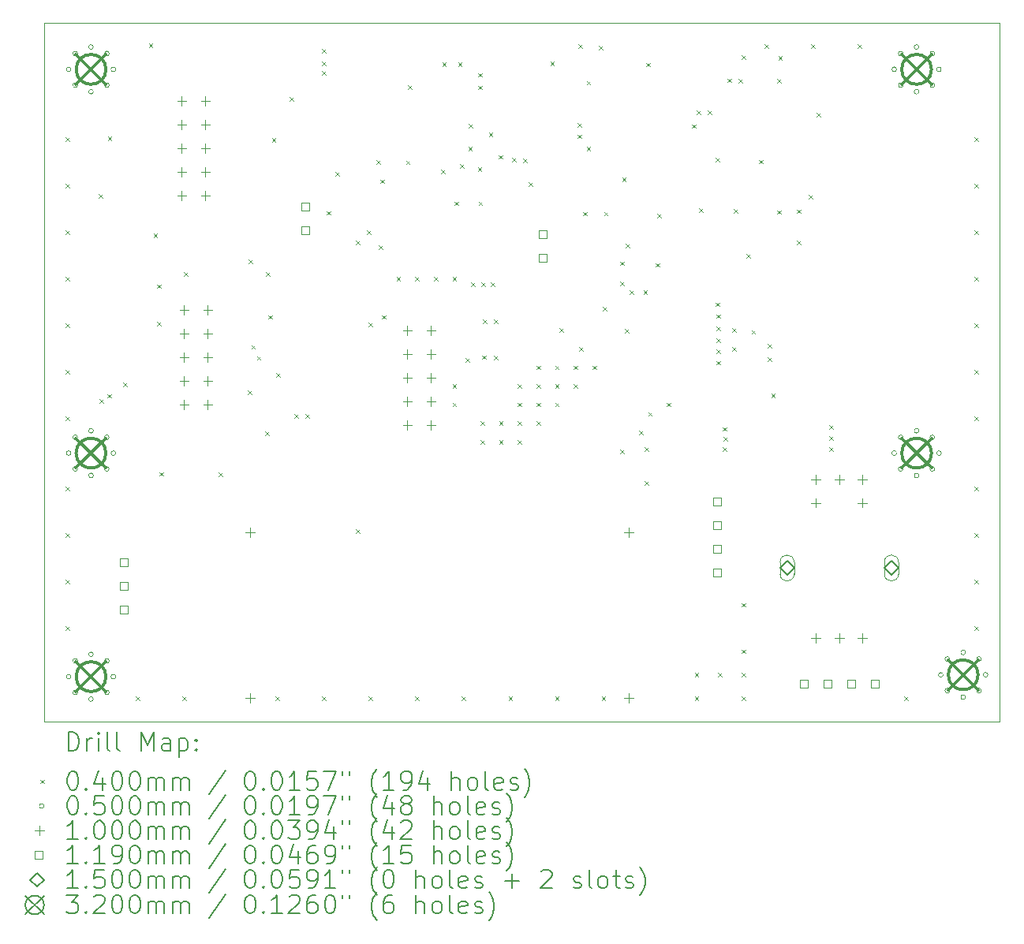
<source format=gbr>
%TF.GenerationSoftware,KiCad,Pcbnew,8.0.4*%
%TF.CreationDate,2024-11-03T11:21:44+01:00*%
%TF.ProjectId,K_PA_Protec,4b5f5041-5f50-4726-9f74-65632e6b6963,rev?*%
%TF.SameCoordinates,Original*%
%TF.FileFunction,Drillmap*%
%TF.FilePolarity,Positive*%
%FSLAX45Y45*%
G04 Gerber Fmt 4.5, Leading zero omitted, Abs format (unit mm)*
G04 Created by KiCad (PCBNEW 8.0.4) date 2024-11-03 11:21:44*
%MOMM*%
%LPD*%
G01*
G04 APERTURE LIST*
%ADD10C,0.100000*%
%ADD11C,0.200000*%
%ADD12C,0.119000*%
%ADD13C,0.150000*%
%ADD14C,0.320000*%
G04 APERTURE END LIST*
D10*
X16750000Y-5000000D02*
X16750000Y-12500000D01*
X6500000Y-5000000D02*
X16750000Y-5000000D01*
X6500000Y-12500000D02*
X6500000Y-5000000D01*
X16750000Y-12500000D02*
X6500000Y-12500000D01*
D11*
D10*
X6730000Y-6230000D02*
X6770000Y-6270000D01*
X6770000Y-6230000D02*
X6730000Y-6270000D01*
X6730000Y-6730000D02*
X6770000Y-6770000D01*
X6770000Y-6730000D02*
X6730000Y-6770000D01*
X6730000Y-7230000D02*
X6770000Y-7270000D01*
X6770000Y-7230000D02*
X6730000Y-7270000D01*
X6730000Y-7730000D02*
X6770000Y-7770000D01*
X6770000Y-7730000D02*
X6730000Y-7770000D01*
X6730000Y-8230000D02*
X6770000Y-8270000D01*
X6770000Y-8230000D02*
X6730000Y-8270000D01*
X6730000Y-8730000D02*
X6770000Y-8770000D01*
X6770000Y-8730000D02*
X6730000Y-8770000D01*
X6730000Y-9230000D02*
X6770000Y-9270000D01*
X6770000Y-9230000D02*
X6730000Y-9270000D01*
X6730000Y-9980000D02*
X6770000Y-10020000D01*
X6770000Y-9980000D02*
X6730000Y-10020000D01*
X6730000Y-10480000D02*
X6770000Y-10520000D01*
X6770000Y-10480000D02*
X6730000Y-10520000D01*
X6730000Y-10980000D02*
X6770000Y-11020000D01*
X6770000Y-10980000D02*
X6730000Y-11020000D01*
X6730000Y-11480000D02*
X6770000Y-11520000D01*
X6770000Y-11480000D02*
X6730000Y-11520000D01*
X7080000Y-6840000D02*
X7120000Y-6880000D01*
X7120000Y-6840000D02*
X7080000Y-6880000D01*
X7090000Y-9040000D02*
X7130000Y-9080000D01*
X7130000Y-9040000D02*
X7090000Y-9080000D01*
X7174112Y-8985047D02*
X7214112Y-9025047D01*
X7214112Y-8985047D02*
X7174112Y-9025047D01*
X7180000Y-6220000D02*
X7220000Y-6260000D01*
X7220000Y-6220000D02*
X7180000Y-6260000D01*
X7344950Y-8859931D02*
X7384950Y-8899931D01*
X7384950Y-8859931D02*
X7344950Y-8899931D01*
X7480000Y-12230000D02*
X7520000Y-12270000D01*
X7520000Y-12230000D02*
X7480000Y-12270000D01*
X7620000Y-5220000D02*
X7660000Y-5260000D01*
X7660000Y-5220000D02*
X7620000Y-5260000D01*
X7670000Y-7260000D02*
X7710000Y-7300000D01*
X7710000Y-7260000D02*
X7670000Y-7300000D01*
X7710000Y-7810000D02*
X7750000Y-7850000D01*
X7750000Y-7810000D02*
X7710000Y-7850000D01*
X7710000Y-8210000D02*
X7750000Y-8250000D01*
X7750000Y-8210000D02*
X7710000Y-8250000D01*
X7733750Y-9823750D02*
X7773750Y-9863750D01*
X7773750Y-9823750D02*
X7733750Y-9863750D01*
X7980000Y-12230000D02*
X8020000Y-12270000D01*
X8020000Y-12230000D02*
X7980000Y-12270000D01*
X8000000Y-7680000D02*
X8040000Y-7720000D01*
X8040000Y-7680000D02*
X8000000Y-7720000D01*
X8370000Y-9830000D02*
X8410000Y-9870000D01*
X8410000Y-9830000D02*
X8370000Y-9870000D01*
X8683750Y-8946250D02*
X8723750Y-8986250D01*
X8723750Y-8946250D02*
X8683750Y-8986250D01*
X8690000Y-7540000D02*
X8730000Y-7580000D01*
X8730000Y-7540000D02*
X8690000Y-7580000D01*
X8720000Y-8460000D02*
X8760000Y-8500000D01*
X8760000Y-8460000D02*
X8720000Y-8500000D01*
X8780000Y-8580000D02*
X8820000Y-8620000D01*
X8820000Y-8580000D02*
X8780000Y-8620000D01*
X8870000Y-9390000D02*
X8910000Y-9430000D01*
X8910000Y-9390000D02*
X8870000Y-9430000D01*
X8880000Y-7680000D02*
X8920000Y-7720000D01*
X8920000Y-7680000D02*
X8880000Y-7720000D01*
X8900000Y-8140000D02*
X8940000Y-8180000D01*
X8940000Y-8140000D02*
X8900000Y-8180000D01*
X8940000Y-6240000D02*
X8980000Y-6280000D01*
X8980000Y-6240000D02*
X8940000Y-6280000D01*
X8980000Y-12230000D02*
X9020000Y-12270000D01*
X9020000Y-12230000D02*
X8980000Y-12270000D01*
X8990000Y-8760000D02*
X9030000Y-8800000D01*
X9030000Y-8760000D02*
X8990000Y-8800000D01*
X9130000Y-5800000D02*
X9170000Y-5840000D01*
X9170000Y-5800000D02*
X9130000Y-5840000D01*
X9180000Y-9200000D02*
X9220000Y-9240000D01*
X9220000Y-9200000D02*
X9180000Y-9240000D01*
X9300000Y-9200000D02*
X9340000Y-9240000D01*
X9340000Y-9200000D02*
X9300000Y-9240000D01*
X9480000Y-5280000D02*
X9520000Y-5320000D01*
X9520000Y-5280000D02*
X9480000Y-5320000D01*
X9480000Y-5420000D02*
X9520000Y-5460000D01*
X9520000Y-5420000D02*
X9480000Y-5460000D01*
X9480000Y-5520000D02*
X9520000Y-5560000D01*
X9520000Y-5520000D02*
X9480000Y-5560000D01*
X9480000Y-12230000D02*
X9520000Y-12270000D01*
X9520000Y-12230000D02*
X9480000Y-12270000D01*
X9530000Y-7022500D02*
X9570000Y-7062500D01*
X9570000Y-7022500D02*
X9530000Y-7062500D01*
X9620000Y-6600000D02*
X9660000Y-6640000D01*
X9660000Y-6600000D02*
X9620000Y-6640000D01*
X9840000Y-7340000D02*
X9880000Y-7380000D01*
X9880000Y-7340000D02*
X9840000Y-7380000D01*
X9840000Y-10440000D02*
X9880000Y-10480000D01*
X9880000Y-10440000D02*
X9840000Y-10480000D01*
X9960000Y-7230000D02*
X10000000Y-7270000D01*
X10000000Y-7230000D02*
X9960000Y-7270000D01*
X9980000Y-8220000D02*
X10020000Y-8260000D01*
X10020000Y-8220000D02*
X9980000Y-8260000D01*
X9980000Y-12230000D02*
X10020000Y-12270000D01*
X10020000Y-12230000D02*
X9980000Y-12270000D01*
X10063750Y-6476250D02*
X10103750Y-6516250D01*
X10103750Y-6476250D02*
X10063750Y-6516250D01*
X10090000Y-7390000D02*
X10130000Y-7430000D01*
X10130000Y-7390000D02*
X10090000Y-7430000D01*
X10106250Y-6683750D02*
X10146250Y-6723750D01*
X10146250Y-6683750D02*
X10106250Y-6723750D01*
X10120000Y-8140000D02*
X10160000Y-8180000D01*
X10160000Y-8140000D02*
X10120000Y-8180000D01*
X10280000Y-7730000D02*
X10320000Y-7770000D01*
X10320000Y-7730000D02*
X10280000Y-7770000D01*
X10380000Y-6480000D02*
X10420000Y-6520000D01*
X10420000Y-6480000D02*
X10380000Y-6520000D01*
X10400000Y-5670000D02*
X10440000Y-5710000D01*
X10440000Y-5670000D02*
X10400000Y-5710000D01*
X10480000Y-7730000D02*
X10520000Y-7770000D01*
X10520000Y-7730000D02*
X10480000Y-7770000D01*
X10480000Y-12230000D02*
X10520000Y-12270000D01*
X10520000Y-12230000D02*
X10480000Y-12270000D01*
X10680000Y-7730000D02*
X10720000Y-7770000D01*
X10720000Y-7730000D02*
X10680000Y-7770000D01*
X10760000Y-6580000D02*
X10800000Y-6620000D01*
X10800000Y-6580000D02*
X10760000Y-6620000D01*
X10770000Y-5424950D02*
X10810000Y-5464950D01*
X10810000Y-5424950D02*
X10770000Y-5464950D01*
X10880000Y-7730000D02*
X10920000Y-7770000D01*
X10920000Y-7730000D02*
X10880000Y-7770000D01*
X10880000Y-8880000D02*
X10920000Y-8920000D01*
X10920000Y-8880000D02*
X10880000Y-8920000D01*
X10880000Y-9080000D02*
X10920000Y-9120000D01*
X10920000Y-9080000D02*
X10880000Y-9120000D01*
X10900000Y-6920000D02*
X10940000Y-6960000D01*
X10940000Y-6920000D02*
X10900000Y-6960000D01*
X10940000Y-5424950D02*
X10980000Y-5464950D01*
X10980000Y-5424950D02*
X10940000Y-5464950D01*
X10959931Y-6519931D02*
X10999931Y-6559931D01*
X10999931Y-6519931D02*
X10959931Y-6559931D01*
X10980000Y-12230000D02*
X11020000Y-12270000D01*
X11020000Y-12230000D02*
X10980000Y-12270000D01*
X11020000Y-8600000D02*
X11060000Y-8640000D01*
X11060000Y-8600000D02*
X11020000Y-8640000D01*
X11050000Y-6330000D02*
X11090000Y-6370000D01*
X11090000Y-6330000D02*
X11050000Y-6370000D01*
X11054931Y-6085069D02*
X11094931Y-6125069D01*
X11094931Y-6085069D02*
X11054931Y-6125069D01*
X11080000Y-7790000D02*
X11120000Y-7830000D01*
X11120000Y-7790000D02*
X11080000Y-7830000D01*
X11150000Y-6550000D02*
X11190000Y-6590000D01*
X11190000Y-6550000D02*
X11150000Y-6590000D01*
X11156250Y-5540000D02*
X11196250Y-5580000D01*
X11196250Y-5540000D02*
X11156250Y-5580000D01*
X11156250Y-5676250D02*
X11196250Y-5716250D01*
X11196250Y-5676250D02*
X11156250Y-5716250D01*
X11160000Y-6920000D02*
X11200000Y-6960000D01*
X11200000Y-6920000D02*
X11160000Y-6960000D01*
X11180000Y-9280000D02*
X11220000Y-9320000D01*
X11220000Y-9280000D02*
X11180000Y-9320000D01*
X11180000Y-9480000D02*
X11220000Y-9520000D01*
X11220000Y-9480000D02*
X11180000Y-9520000D01*
X11190000Y-7790000D02*
X11230000Y-7830000D01*
X11230000Y-7790000D02*
X11190000Y-7830000D01*
X11200000Y-8570000D02*
X11240000Y-8610000D01*
X11240000Y-8570000D02*
X11200000Y-8610000D01*
X11203750Y-8183750D02*
X11243750Y-8223750D01*
X11243750Y-8183750D02*
X11203750Y-8223750D01*
X11270000Y-6180000D02*
X11310000Y-6220000D01*
X11310000Y-6180000D02*
X11270000Y-6220000D01*
X11290000Y-7790000D02*
X11330000Y-7830000D01*
X11330000Y-7790000D02*
X11290000Y-7830000D01*
X11323750Y-8183750D02*
X11363750Y-8223750D01*
X11363750Y-8183750D02*
X11323750Y-8223750D01*
X11323750Y-8573750D02*
X11363750Y-8613750D01*
X11363750Y-8573750D02*
X11323750Y-8613750D01*
X11374950Y-6420069D02*
X11414950Y-6460069D01*
X11414950Y-6420069D02*
X11374950Y-6460069D01*
X11380000Y-9280000D02*
X11420000Y-9320000D01*
X11420000Y-9280000D02*
X11380000Y-9320000D01*
X11380000Y-9480000D02*
X11420000Y-9520000D01*
X11420000Y-9480000D02*
X11380000Y-9520000D01*
X11480000Y-12230000D02*
X11520000Y-12270000D01*
X11520000Y-12230000D02*
X11480000Y-12270000D01*
X11520000Y-6450000D02*
X11560000Y-6490000D01*
X11560000Y-6450000D02*
X11520000Y-6490000D01*
X11580000Y-8880000D02*
X11620000Y-8920000D01*
X11620000Y-8880000D02*
X11580000Y-8920000D01*
X11580000Y-9080000D02*
X11620000Y-9120000D01*
X11620000Y-9080000D02*
X11580000Y-9120000D01*
X11580000Y-9280000D02*
X11620000Y-9320000D01*
X11620000Y-9280000D02*
X11580000Y-9320000D01*
X11580000Y-9480000D02*
X11620000Y-9520000D01*
X11620000Y-9480000D02*
X11580000Y-9520000D01*
X11640000Y-6457000D02*
X11680000Y-6497000D01*
X11680000Y-6457000D02*
X11640000Y-6497000D01*
X11700000Y-6711000D02*
X11740000Y-6751000D01*
X11740000Y-6711000D02*
X11700000Y-6751000D01*
X11780000Y-8680000D02*
X11820000Y-8720000D01*
X11820000Y-8680000D02*
X11780000Y-8720000D01*
X11780000Y-8880000D02*
X11820000Y-8920000D01*
X11820000Y-8880000D02*
X11780000Y-8920000D01*
X11780000Y-9080000D02*
X11820000Y-9120000D01*
X11820000Y-9080000D02*
X11780000Y-9120000D01*
X11780000Y-9280000D02*
X11820000Y-9320000D01*
X11820000Y-9280000D02*
X11780000Y-9320000D01*
X11930000Y-5420000D02*
X11970000Y-5460000D01*
X11970000Y-5420000D02*
X11930000Y-5460000D01*
X11980000Y-8680000D02*
X12020000Y-8720000D01*
X12020000Y-8680000D02*
X11980000Y-8720000D01*
X11980000Y-8880000D02*
X12020000Y-8920000D01*
X12020000Y-8880000D02*
X11980000Y-8920000D01*
X11980000Y-9080000D02*
X12020000Y-9120000D01*
X12020000Y-9080000D02*
X11980000Y-9120000D01*
X11980000Y-12230000D02*
X12020000Y-12270000D01*
X12020000Y-12230000D02*
X11980000Y-12270000D01*
X12030000Y-8280000D02*
X12070000Y-8320000D01*
X12070000Y-8280000D02*
X12030000Y-8320000D01*
X12180000Y-8680000D02*
X12220000Y-8720000D01*
X12220000Y-8680000D02*
X12180000Y-8720000D01*
X12180000Y-8880000D02*
X12220000Y-8920000D01*
X12220000Y-8880000D02*
X12180000Y-8920000D01*
X12220000Y-6076000D02*
X12260000Y-6116000D01*
X12260000Y-6076000D02*
X12220000Y-6116000D01*
X12220000Y-6200000D02*
X12260000Y-6240000D01*
X12260000Y-6200000D02*
X12220000Y-6240000D01*
X12230000Y-5230000D02*
X12270000Y-5270000D01*
X12270000Y-5230000D02*
X12230000Y-5270000D01*
X12240000Y-8480000D02*
X12280000Y-8520000D01*
X12280000Y-8480000D02*
X12240000Y-8520000D01*
X12280000Y-7029950D02*
X12320000Y-7069950D01*
X12320000Y-7029950D02*
X12280000Y-7069950D01*
X12320000Y-5624950D02*
X12360000Y-5664950D01*
X12360000Y-5624950D02*
X12320000Y-5664950D01*
X12320000Y-6330000D02*
X12360000Y-6370000D01*
X12360000Y-6330000D02*
X12320000Y-6370000D01*
X12380000Y-8680000D02*
X12420000Y-8720000D01*
X12420000Y-8680000D02*
X12380000Y-8720000D01*
X12450000Y-5250000D02*
X12490000Y-5290000D01*
X12490000Y-5250000D02*
X12450000Y-5290000D01*
X12480000Y-12230000D02*
X12520000Y-12270000D01*
X12520000Y-12230000D02*
X12480000Y-12270000D01*
X12495000Y-8050000D02*
X12535000Y-8090000D01*
X12535000Y-8050000D02*
X12495000Y-8090000D01*
X12505000Y-7029950D02*
X12545000Y-7069950D01*
X12545000Y-7029950D02*
X12505000Y-7069950D01*
X12677500Y-7562500D02*
X12717500Y-7602500D01*
X12717500Y-7562500D02*
X12677500Y-7602500D01*
X12677500Y-7777500D02*
X12717500Y-7817500D01*
X12717500Y-7777500D02*
X12677500Y-7817500D01*
X12680000Y-9580000D02*
X12720000Y-9620000D01*
X12720000Y-9580000D02*
X12680000Y-9620000D01*
X12700000Y-6660000D02*
X12740000Y-6700000D01*
X12740000Y-6660000D02*
X12700000Y-6700000D01*
X12730000Y-8290000D02*
X12770000Y-8330000D01*
X12770000Y-8290000D02*
X12730000Y-8330000D01*
X12740000Y-7370000D02*
X12780000Y-7410000D01*
X12780000Y-7370000D02*
X12740000Y-7410000D01*
X12780000Y-7870000D02*
X12820000Y-7910000D01*
X12820000Y-7870000D02*
X12780000Y-7910000D01*
X12880000Y-9380000D02*
X12920000Y-9420000D01*
X12920000Y-9380000D02*
X12880000Y-9420000D01*
X12930000Y-7870000D02*
X12970000Y-7910000D01*
X12970000Y-7870000D02*
X12930000Y-7910000D01*
X12940000Y-9560000D02*
X12980000Y-9600000D01*
X12980000Y-9560000D02*
X12940000Y-9600000D01*
X12940000Y-9920000D02*
X12980000Y-9960000D01*
X12980000Y-9920000D02*
X12940000Y-9960000D01*
X12960000Y-5430000D02*
X13000000Y-5470000D01*
X13000000Y-5430000D02*
X12960000Y-5470000D01*
X12980000Y-9180000D02*
X13020000Y-9220000D01*
X13020000Y-9180000D02*
X12980000Y-9220000D01*
X13060000Y-7580000D02*
X13100000Y-7620000D01*
X13100000Y-7580000D02*
X13060000Y-7620000D01*
X13080000Y-7050000D02*
X13120000Y-7090000D01*
X13120000Y-7050000D02*
X13080000Y-7090000D01*
X13180000Y-9080000D02*
X13220000Y-9120000D01*
X13220000Y-9080000D02*
X13180000Y-9120000D01*
X13449000Y-6091000D02*
X13489000Y-6131000D01*
X13489000Y-6091000D02*
X13449000Y-6131000D01*
X13480000Y-11980000D02*
X13520000Y-12020000D01*
X13520000Y-11980000D02*
X13480000Y-12020000D01*
X13480000Y-12230000D02*
X13520000Y-12270000D01*
X13520000Y-12230000D02*
X13480000Y-12270000D01*
X13500000Y-5940000D02*
X13540000Y-5980000D01*
X13540000Y-5940000D02*
X13500000Y-5980000D01*
X13526000Y-6994000D02*
X13566000Y-7034000D01*
X13566000Y-6994000D02*
X13526000Y-7034000D01*
X13620000Y-5940000D02*
X13660000Y-5980000D01*
X13660000Y-5940000D02*
X13620000Y-5980000D01*
X13703000Y-6447000D02*
X13743000Y-6487000D01*
X13743000Y-6447000D02*
X13703000Y-6487000D01*
X13705908Y-8004756D02*
X13745908Y-8044756D01*
X13745908Y-8004756D02*
X13705908Y-8044756D01*
X13710000Y-8130000D02*
X13750000Y-8170000D01*
X13750000Y-8130000D02*
X13710000Y-8170000D01*
X13710000Y-8260000D02*
X13750000Y-8300000D01*
X13750000Y-8260000D02*
X13710000Y-8300000D01*
X13710000Y-8390000D02*
X13750000Y-8430000D01*
X13750000Y-8390000D02*
X13710000Y-8430000D01*
X13710000Y-8510000D02*
X13750000Y-8550000D01*
X13750000Y-8510000D02*
X13710000Y-8550000D01*
X13710000Y-8630000D02*
X13750000Y-8670000D01*
X13750000Y-8630000D02*
X13710000Y-8670000D01*
X13730000Y-11980000D02*
X13770000Y-12020000D01*
X13770000Y-11980000D02*
X13730000Y-12020000D01*
X13780000Y-9341500D02*
X13820000Y-9381500D01*
X13820000Y-9341500D02*
X13780000Y-9381500D01*
X13780000Y-9560000D02*
X13820000Y-9600000D01*
X13820000Y-9560000D02*
X13780000Y-9600000D01*
X13788824Y-9448824D02*
X13828824Y-9488824D01*
X13828824Y-9448824D02*
X13788824Y-9488824D01*
X13830000Y-5600000D02*
X13870000Y-5640000D01*
X13870000Y-5600000D02*
X13830000Y-5640000D01*
X13880000Y-8280000D02*
X13920000Y-8320000D01*
X13920000Y-8280000D02*
X13880000Y-8320000D01*
X13880000Y-8480000D02*
X13920000Y-8520000D01*
X13920000Y-8480000D02*
X13880000Y-8520000D01*
X13900000Y-7000000D02*
X13940000Y-7040000D01*
X13940000Y-7000000D02*
X13900000Y-7040000D01*
X13949050Y-5601079D02*
X13989050Y-5641079D01*
X13989050Y-5601079D02*
X13949050Y-5641079D01*
X13980000Y-5350000D02*
X14020000Y-5390000D01*
X14020000Y-5350000D02*
X13980000Y-5390000D01*
X13980000Y-11230000D02*
X14020000Y-11270000D01*
X14020000Y-11230000D02*
X13980000Y-11270000D01*
X13980000Y-11730000D02*
X14020000Y-11770000D01*
X14020000Y-11730000D02*
X13980000Y-11770000D01*
X13980000Y-11980000D02*
X14020000Y-12020000D01*
X14020000Y-11980000D02*
X13980000Y-12020000D01*
X13980000Y-12230000D02*
X14020000Y-12270000D01*
X14020000Y-12230000D02*
X13980000Y-12270000D01*
X14034000Y-7484000D02*
X14074000Y-7524000D01*
X14074000Y-7484000D02*
X14034000Y-7524000D01*
X14090000Y-8300000D02*
X14130000Y-8340000D01*
X14130000Y-8300000D02*
X14090000Y-8340000D01*
X14170000Y-6470000D02*
X14210000Y-6510000D01*
X14210000Y-6470000D02*
X14170000Y-6510000D01*
X14230000Y-5230000D02*
X14270000Y-5270000D01*
X14270000Y-5230000D02*
X14230000Y-5270000D01*
X14260000Y-8450000D02*
X14300000Y-8490000D01*
X14300000Y-8450000D02*
X14260000Y-8490000D01*
X14260000Y-8590000D02*
X14300000Y-8630000D01*
X14300000Y-8590000D02*
X14260000Y-8630000D01*
X14300000Y-8980000D02*
X14340000Y-9020000D01*
X14340000Y-8980000D02*
X14300000Y-9020000D01*
X14366250Y-5606250D02*
X14406250Y-5646250D01*
X14406250Y-5606250D02*
X14366250Y-5646250D01*
X14366250Y-7013750D02*
X14406250Y-7053750D01*
X14406250Y-7013750D02*
X14366250Y-7053750D01*
X14376250Y-5356250D02*
X14416250Y-5396250D01*
X14416250Y-5356250D02*
X14376250Y-5396250D01*
X14573750Y-7003750D02*
X14613750Y-7043750D01*
X14613750Y-7003750D02*
X14573750Y-7043750D01*
X14573750Y-7336250D02*
X14613750Y-7376250D01*
X14613750Y-7336250D02*
X14573750Y-7376250D01*
X14700000Y-6850000D02*
X14740000Y-6890000D01*
X14740000Y-6850000D02*
X14700000Y-6890000D01*
X14730000Y-5230000D02*
X14770000Y-5270000D01*
X14770000Y-5230000D02*
X14730000Y-5270000D01*
X14790000Y-5970000D02*
X14830000Y-6010000D01*
X14830000Y-5970000D02*
X14790000Y-6010000D01*
X14920000Y-9320000D02*
X14960000Y-9360000D01*
X14960000Y-9320000D02*
X14920000Y-9360000D01*
X14920000Y-9440000D02*
X14960000Y-9480000D01*
X14960000Y-9440000D02*
X14920000Y-9480000D01*
X14920000Y-9560000D02*
X14960000Y-9600000D01*
X14960000Y-9560000D02*
X14920000Y-9600000D01*
X15230000Y-5230000D02*
X15270000Y-5270000D01*
X15270000Y-5230000D02*
X15230000Y-5270000D01*
X15730000Y-12230000D02*
X15770000Y-12270000D01*
X15770000Y-12230000D02*
X15730000Y-12270000D01*
X16480000Y-6230000D02*
X16520000Y-6270000D01*
X16520000Y-6230000D02*
X16480000Y-6270000D01*
X16480000Y-6730000D02*
X16520000Y-6770000D01*
X16520000Y-6730000D02*
X16480000Y-6770000D01*
X16480000Y-7230000D02*
X16520000Y-7270000D01*
X16520000Y-7230000D02*
X16480000Y-7270000D01*
X16480000Y-7730000D02*
X16520000Y-7770000D01*
X16520000Y-7730000D02*
X16480000Y-7770000D01*
X16480000Y-8230000D02*
X16520000Y-8270000D01*
X16520000Y-8230000D02*
X16480000Y-8270000D01*
X16480000Y-8730000D02*
X16520000Y-8770000D01*
X16520000Y-8730000D02*
X16480000Y-8770000D01*
X16480000Y-9230000D02*
X16520000Y-9270000D01*
X16520000Y-9230000D02*
X16480000Y-9270000D01*
X16480000Y-9980000D02*
X16520000Y-10020000D01*
X16520000Y-9980000D02*
X16480000Y-10020000D01*
X16480000Y-10480000D02*
X16520000Y-10520000D01*
X16520000Y-10480000D02*
X16480000Y-10520000D01*
X16480000Y-10980000D02*
X16520000Y-11020000D01*
X16520000Y-10980000D02*
X16480000Y-11020000D01*
X16480000Y-11480000D02*
X16520000Y-11520000D01*
X16520000Y-11480000D02*
X16480000Y-11520000D01*
X6785000Y-5500000D02*
G75*
G02*
X6735000Y-5500000I-25000J0D01*
G01*
X6735000Y-5500000D02*
G75*
G02*
X6785000Y-5500000I25000J0D01*
G01*
X6785000Y-9620000D02*
G75*
G02*
X6735000Y-9620000I-25000J0D01*
G01*
X6735000Y-9620000D02*
G75*
G02*
X6785000Y-9620000I25000J0D01*
G01*
X6785000Y-12020000D02*
G75*
G02*
X6735000Y-12020000I-25000J0D01*
G01*
X6735000Y-12020000D02*
G75*
G02*
X6785000Y-12020000I25000J0D01*
G01*
X6855294Y-5330294D02*
G75*
G02*
X6805294Y-5330294I-25000J0D01*
G01*
X6805294Y-5330294D02*
G75*
G02*
X6855294Y-5330294I25000J0D01*
G01*
X6855294Y-5669706D02*
G75*
G02*
X6805294Y-5669706I-25000J0D01*
G01*
X6805294Y-5669706D02*
G75*
G02*
X6855294Y-5669706I25000J0D01*
G01*
X6855294Y-9450294D02*
G75*
G02*
X6805294Y-9450294I-25000J0D01*
G01*
X6805294Y-9450294D02*
G75*
G02*
X6855294Y-9450294I25000J0D01*
G01*
X6855294Y-9789706D02*
G75*
G02*
X6805294Y-9789706I-25000J0D01*
G01*
X6805294Y-9789706D02*
G75*
G02*
X6855294Y-9789706I25000J0D01*
G01*
X6855294Y-11850294D02*
G75*
G02*
X6805294Y-11850294I-25000J0D01*
G01*
X6805294Y-11850294D02*
G75*
G02*
X6855294Y-11850294I25000J0D01*
G01*
X6855294Y-12189706D02*
G75*
G02*
X6805294Y-12189706I-25000J0D01*
G01*
X6805294Y-12189706D02*
G75*
G02*
X6855294Y-12189706I25000J0D01*
G01*
X7025000Y-5260000D02*
G75*
G02*
X6975000Y-5260000I-25000J0D01*
G01*
X6975000Y-5260000D02*
G75*
G02*
X7025000Y-5260000I25000J0D01*
G01*
X7025000Y-5740000D02*
G75*
G02*
X6975000Y-5740000I-25000J0D01*
G01*
X6975000Y-5740000D02*
G75*
G02*
X7025000Y-5740000I25000J0D01*
G01*
X7025000Y-9380000D02*
G75*
G02*
X6975000Y-9380000I-25000J0D01*
G01*
X6975000Y-9380000D02*
G75*
G02*
X7025000Y-9380000I25000J0D01*
G01*
X7025000Y-9860000D02*
G75*
G02*
X6975000Y-9860000I-25000J0D01*
G01*
X6975000Y-9860000D02*
G75*
G02*
X7025000Y-9860000I25000J0D01*
G01*
X7025000Y-11780000D02*
G75*
G02*
X6975000Y-11780000I-25000J0D01*
G01*
X6975000Y-11780000D02*
G75*
G02*
X7025000Y-11780000I25000J0D01*
G01*
X7025000Y-12260000D02*
G75*
G02*
X6975000Y-12260000I-25000J0D01*
G01*
X6975000Y-12260000D02*
G75*
G02*
X7025000Y-12260000I25000J0D01*
G01*
X7194706Y-5330294D02*
G75*
G02*
X7144706Y-5330294I-25000J0D01*
G01*
X7144706Y-5330294D02*
G75*
G02*
X7194706Y-5330294I25000J0D01*
G01*
X7194706Y-5669706D02*
G75*
G02*
X7144706Y-5669706I-25000J0D01*
G01*
X7144706Y-5669706D02*
G75*
G02*
X7194706Y-5669706I25000J0D01*
G01*
X7194706Y-9450294D02*
G75*
G02*
X7144706Y-9450294I-25000J0D01*
G01*
X7144706Y-9450294D02*
G75*
G02*
X7194706Y-9450294I25000J0D01*
G01*
X7194706Y-9789706D02*
G75*
G02*
X7144706Y-9789706I-25000J0D01*
G01*
X7144706Y-9789706D02*
G75*
G02*
X7194706Y-9789706I25000J0D01*
G01*
X7194706Y-11850294D02*
G75*
G02*
X7144706Y-11850294I-25000J0D01*
G01*
X7144706Y-11850294D02*
G75*
G02*
X7194706Y-11850294I25000J0D01*
G01*
X7194706Y-12189706D02*
G75*
G02*
X7144706Y-12189706I-25000J0D01*
G01*
X7144706Y-12189706D02*
G75*
G02*
X7194706Y-12189706I25000J0D01*
G01*
X7265000Y-5500000D02*
G75*
G02*
X7215000Y-5500000I-25000J0D01*
G01*
X7215000Y-5500000D02*
G75*
G02*
X7265000Y-5500000I25000J0D01*
G01*
X7265000Y-9620000D02*
G75*
G02*
X7215000Y-9620000I-25000J0D01*
G01*
X7215000Y-9620000D02*
G75*
G02*
X7265000Y-9620000I25000J0D01*
G01*
X7265000Y-12020000D02*
G75*
G02*
X7215000Y-12020000I-25000J0D01*
G01*
X7215000Y-12020000D02*
G75*
G02*
X7265000Y-12020000I25000J0D01*
G01*
X15645000Y-5500000D02*
G75*
G02*
X15595000Y-5500000I-25000J0D01*
G01*
X15595000Y-5500000D02*
G75*
G02*
X15645000Y-5500000I25000J0D01*
G01*
X15645000Y-9620000D02*
G75*
G02*
X15595000Y-9620000I-25000J0D01*
G01*
X15595000Y-9620000D02*
G75*
G02*
X15645000Y-9620000I25000J0D01*
G01*
X15715294Y-5330294D02*
G75*
G02*
X15665294Y-5330294I-25000J0D01*
G01*
X15665294Y-5330294D02*
G75*
G02*
X15715294Y-5330294I25000J0D01*
G01*
X15715294Y-5669706D02*
G75*
G02*
X15665294Y-5669706I-25000J0D01*
G01*
X15665294Y-5669706D02*
G75*
G02*
X15715294Y-5669706I25000J0D01*
G01*
X15715294Y-9450294D02*
G75*
G02*
X15665294Y-9450294I-25000J0D01*
G01*
X15665294Y-9450294D02*
G75*
G02*
X15715294Y-9450294I25000J0D01*
G01*
X15715294Y-9789706D02*
G75*
G02*
X15665294Y-9789706I-25000J0D01*
G01*
X15665294Y-9789706D02*
G75*
G02*
X15715294Y-9789706I25000J0D01*
G01*
X15885000Y-5260000D02*
G75*
G02*
X15835000Y-5260000I-25000J0D01*
G01*
X15835000Y-5260000D02*
G75*
G02*
X15885000Y-5260000I25000J0D01*
G01*
X15885000Y-5740000D02*
G75*
G02*
X15835000Y-5740000I-25000J0D01*
G01*
X15835000Y-5740000D02*
G75*
G02*
X15885000Y-5740000I25000J0D01*
G01*
X15885000Y-9380000D02*
G75*
G02*
X15835000Y-9380000I-25000J0D01*
G01*
X15835000Y-9380000D02*
G75*
G02*
X15885000Y-9380000I25000J0D01*
G01*
X15885000Y-9860000D02*
G75*
G02*
X15835000Y-9860000I-25000J0D01*
G01*
X15835000Y-9860000D02*
G75*
G02*
X15885000Y-9860000I25000J0D01*
G01*
X16054706Y-5330294D02*
G75*
G02*
X16004706Y-5330294I-25000J0D01*
G01*
X16004706Y-5330294D02*
G75*
G02*
X16054706Y-5330294I25000J0D01*
G01*
X16054706Y-5669706D02*
G75*
G02*
X16004706Y-5669706I-25000J0D01*
G01*
X16004706Y-5669706D02*
G75*
G02*
X16054706Y-5669706I25000J0D01*
G01*
X16054706Y-9450294D02*
G75*
G02*
X16004706Y-9450294I-25000J0D01*
G01*
X16004706Y-9450294D02*
G75*
G02*
X16054706Y-9450294I25000J0D01*
G01*
X16054706Y-9789706D02*
G75*
G02*
X16004706Y-9789706I-25000J0D01*
G01*
X16004706Y-9789706D02*
G75*
G02*
X16054706Y-9789706I25000J0D01*
G01*
X16125000Y-5500000D02*
G75*
G02*
X16075000Y-5500000I-25000J0D01*
G01*
X16075000Y-5500000D02*
G75*
G02*
X16125000Y-5500000I25000J0D01*
G01*
X16125000Y-9620000D02*
G75*
G02*
X16075000Y-9620000I-25000J0D01*
G01*
X16075000Y-9620000D02*
G75*
G02*
X16125000Y-9620000I25000J0D01*
G01*
X16145000Y-12000000D02*
G75*
G02*
X16095000Y-12000000I-25000J0D01*
G01*
X16095000Y-12000000D02*
G75*
G02*
X16145000Y-12000000I25000J0D01*
G01*
X16215294Y-11830294D02*
G75*
G02*
X16165294Y-11830294I-25000J0D01*
G01*
X16165294Y-11830294D02*
G75*
G02*
X16215294Y-11830294I25000J0D01*
G01*
X16215294Y-12169706D02*
G75*
G02*
X16165294Y-12169706I-25000J0D01*
G01*
X16165294Y-12169706D02*
G75*
G02*
X16215294Y-12169706I25000J0D01*
G01*
X16385000Y-11760000D02*
G75*
G02*
X16335000Y-11760000I-25000J0D01*
G01*
X16335000Y-11760000D02*
G75*
G02*
X16385000Y-11760000I25000J0D01*
G01*
X16385000Y-12240000D02*
G75*
G02*
X16335000Y-12240000I-25000J0D01*
G01*
X16335000Y-12240000D02*
G75*
G02*
X16385000Y-12240000I25000J0D01*
G01*
X16554706Y-11830294D02*
G75*
G02*
X16504706Y-11830294I-25000J0D01*
G01*
X16504706Y-11830294D02*
G75*
G02*
X16554706Y-11830294I25000J0D01*
G01*
X16554706Y-12169706D02*
G75*
G02*
X16504706Y-12169706I-25000J0D01*
G01*
X16504706Y-12169706D02*
G75*
G02*
X16554706Y-12169706I25000J0D01*
G01*
X16625000Y-12000000D02*
G75*
G02*
X16575000Y-12000000I-25000J0D01*
G01*
X16575000Y-12000000D02*
G75*
G02*
X16625000Y-12000000I25000J0D01*
G01*
X7974750Y-5792000D02*
X7974750Y-5892000D01*
X7924750Y-5842000D02*
X8024750Y-5842000D01*
X7974750Y-6046000D02*
X7974750Y-6146000D01*
X7924750Y-6096000D02*
X8024750Y-6096000D01*
X7974750Y-6300000D02*
X7974750Y-6400000D01*
X7924750Y-6350000D02*
X8024750Y-6350000D01*
X7974750Y-6554000D02*
X7974750Y-6654000D01*
X7924750Y-6604000D02*
X8024750Y-6604000D01*
X7974750Y-6808000D02*
X7974750Y-6908000D01*
X7924750Y-6858000D02*
X8024750Y-6858000D01*
X8000000Y-8034000D02*
X8000000Y-8134000D01*
X7950000Y-8084000D02*
X8050000Y-8084000D01*
X8000000Y-8288000D02*
X8000000Y-8388000D01*
X7950000Y-8338000D02*
X8050000Y-8338000D01*
X8000000Y-8542000D02*
X8000000Y-8642000D01*
X7950000Y-8592000D02*
X8050000Y-8592000D01*
X8000000Y-8796000D02*
X8000000Y-8896000D01*
X7950000Y-8846000D02*
X8050000Y-8846000D01*
X8000000Y-9050000D02*
X8000000Y-9150000D01*
X7950000Y-9100000D02*
X8050000Y-9100000D01*
X8228750Y-5792000D02*
X8228750Y-5892000D01*
X8178750Y-5842000D02*
X8278750Y-5842000D01*
X8228750Y-6046000D02*
X8228750Y-6146000D01*
X8178750Y-6096000D02*
X8278750Y-6096000D01*
X8228750Y-6300000D02*
X8228750Y-6400000D01*
X8178750Y-6350000D02*
X8278750Y-6350000D01*
X8228750Y-6554000D02*
X8228750Y-6654000D01*
X8178750Y-6604000D02*
X8278750Y-6604000D01*
X8228750Y-6808000D02*
X8228750Y-6908000D01*
X8178750Y-6858000D02*
X8278750Y-6858000D01*
X8254000Y-8034000D02*
X8254000Y-8134000D01*
X8204000Y-8084000D02*
X8304000Y-8084000D01*
X8254000Y-8288000D02*
X8254000Y-8388000D01*
X8204000Y-8338000D02*
X8304000Y-8338000D01*
X8254000Y-8542000D02*
X8254000Y-8642000D01*
X8204000Y-8592000D02*
X8304000Y-8592000D01*
X8254000Y-8796000D02*
X8254000Y-8896000D01*
X8204000Y-8846000D02*
X8304000Y-8846000D01*
X8254000Y-9050000D02*
X8254000Y-9150000D01*
X8204000Y-9100000D02*
X8304000Y-9100000D01*
X8708000Y-10421000D02*
X8708000Y-10521000D01*
X8658000Y-10471000D02*
X8758000Y-10471000D01*
X8708000Y-12199000D02*
X8708000Y-12299000D01*
X8658000Y-12249000D02*
X8758000Y-12249000D01*
X10396000Y-8250000D02*
X10396000Y-8350000D01*
X10346000Y-8300000D02*
X10446000Y-8300000D01*
X10396000Y-8504000D02*
X10396000Y-8604000D01*
X10346000Y-8554000D02*
X10446000Y-8554000D01*
X10396000Y-8758000D02*
X10396000Y-8858000D01*
X10346000Y-8808000D02*
X10446000Y-8808000D01*
X10396000Y-9012000D02*
X10396000Y-9112000D01*
X10346000Y-9062000D02*
X10446000Y-9062000D01*
X10396000Y-9266000D02*
X10396000Y-9366000D01*
X10346000Y-9316000D02*
X10446000Y-9316000D01*
X10650000Y-8250000D02*
X10650000Y-8350000D01*
X10600000Y-8300000D02*
X10700000Y-8300000D01*
X10650000Y-8504000D02*
X10650000Y-8604000D01*
X10600000Y-8554000D02*
X10700000Y-8554000D01*
X10650000Y-8758000D02*
X10650000Y-8858000D01*
X10600000Y-8808000D02*
X10700000Y-8808000D01*
X10650000Y-9012000D02*
X10650000Y-9112000D01*
X10600000Y-9062000D02*
X10700000Y-9062000D01*
X10650000Y-9266000D02*
X10650000Y-9366000D01*
X10600000Y-9316000D02*
X10700000Y-9316000D01*
X12772000Y-10421000D02*
X12772000Y-10521000D01*
X12722000Y-10471000D02*
X12822000Y-10471000D01*
X12772000Y-12199000D02*
X12772000Y-12299000D01*
X12722000Y-12249000D02*
X12822000Y-12249000D01*
X14780000Y-9853750D02*
X14780000Y-9953750D01*
X14730000Y-9903750D02*
X14830000Y-9903750D01*
X14780000Y-10103750D02*
X14780000Y-10203750D01*
X14730000Y-10153750D02*
X14830000Y-10153750D01*
X14780000Y-11553750D02*
X14780000Y-11653750D01*
X14730000Y-11603750D02*
X14830000Y-11603750D01*
X15030000Y-9853750D02*
X15030000Y-9953750D01*
X14980000Y-9903750D02*
X15080000Y-9903750D01*
X15030000Y-11553750D02*
X15030000Y-11653750D01*
X14980000Y-11603750D02*
X15080000Y-11603750D01*
X15280000Y-9853750D02*
X15280000Y-9953750D01*
X15230000Y-9903750D02*
X15330000Y-9903750D01*
X15280000Y-10103750D02*
X15280000Y-10203750D01*
X15230000Y-10153750D02*
X15330000Y-10153750D01*
X15280000Y-11553750D02*
X15280000Y-11653750D01*
X15230000Y-11603750D02*
X15330000Y-11603750D01*
D12*
X7394073Y-10838073D02*
X7394073Y-10753927D01*
X7309927Y-10753927D01*
X7309927Y-10838073D01*
X7394073Y-10838073D01*
X7394073Y-11092073D02*
X7394073Y-11007927D01*
X7309927Y-11007927D01*
X7309927Y-11092073D01*
X7394073Y-11092073D01*
X7394073Y-11346073D02*
X7394073Y-11261927D01*
X7309927Y-11261927D01*
X7309927Y-11346073D01*
X7394073Y-11346073D01*
X9340073Y-7015073D02*
X9340073Y-6930927D01*
X9255927Y-6930927D01*
X9255927Y-7015073D01*
X9340073Y-7015073D01*
X9340073Y-7269073D02*
X9340073Y-7184927D01*
X9255927Y-7184927D01*
X9255927Y-7269073D01*
X9340073Y-7269073D01*
X11890073Y-7315073D02*
X11890073Y-7230927D01*
X11805927Y-7230927D01*
X11805927Y-7315073D01*
X11890073Y-7315073D01*
X11890073Y-7569073D02*
X11890073Y-7484927D01*
X11805927Y-7484927D01*
X11805927Y-7569073D01*
X11890073Y-7569073D01*
X13760073Y-10180073D02*
X13760073Y-10095927D01*
X13675927Y-10095927D01*
X13675927Y-10180073D01*
X13760073Y-10180073D01*
X13760073Y-10434073D02*
X13760073Y-10349927D01*
X13675927Y-10349927D01*
X13675927Y-10434073D01*
X13760073Y-10434073D01*
X13760073Y-10688073D02*
X13760073Y-10603927D01*
X13675927Y-10603927D01*
X13675927Y-10688073D01*
X13760073Y-10688073D01*
X13760073Y-10942073D02*
X13760073Y-10857927D01*
X13675927Y-10857927D01*
X13675927Y-10942073D01*
X13760073Y-10942073D01*
X14692073Y-12142073D02*
X14692073Y-12057927D01*
X14607927Y-12057927D01*
X14607927Y-12142073D01*
X14692073Y-12142073D01*
X14946073Y-12142073D02*
X14946073Y-12057927D01*
X14861927Y-12057927D01*
X14861927Y-12142073D01*
X14946073Y-12142073D01*
X15200073Y-12142073D02*
X15200073Y-12057927D01*
X15115927Y-12057927D01*
X15115927Y-12142073D01*
X15200073Y-12142073D01*
X15454073Y-12142073D02*
X15454073Y-12057927D01*
X15369927Y-12057927D01*
X15369927Y-12142073D01*
X15454073Y-12142073D01*
D13*
X14470000Y-10928750D02*
X14545000Y-10853750D01*
X14470000Y-10778750D01*
X14395000Y-10853750D01*
X14470000Y-10928750D01*
D10*
X14545000Y-10918750D02*
X14545000Y-10788750D01*
X14395000Y-10788750D02*
G75*
G02*
X14545000Y-10788750I75000J0D01*
G01*
X14395000Y-10788750D02*
X14395000Y-10918750D01*
X14395000Y-10918750D02*
G75*
G03*
X14545000Y-10918750I75000J0D01*
G01*
D13*
X15590000Y-10928750D02*
X15665000Y-10853750D01*
X15590000Y-10778750D01*
X15515000Y-10853750D01*
X15590000Y-10928750D01*
D10*
X15665000Y-10918750D02*
X15665000Y-10788750D01*
X15515000Y-10788750D02*
G75*
G02*
X15665000Y-10788750I75000J0D01*
G01*
X15515000Y-10788750D02*
X15515000Y-10918750D01*
X15515000Y-10918750D02*
G75*
G03*
X15665000Y-10918750I75000J0D01*
G01*
D14*
X6840000Y-5340000D02*
X7160000Y-5660000D01*
X7160000Y-5340000D02*
X6840000Y-5660000D01*
X7160000Y-5500000D02*
G75*
G02*
X6840000Y-5500000I-160000J0D01*
G01*
X6840000Y-5500000D02*
G75*
G02*
X7160000Y-5500000I160000J0D01*
G01*
X6840000Y-9460000D02*
X7160000Y-9780000D01*
X7160000Y-9460000D02*
X6840000Y-9780000D01*
X7160000Y-9620000D02*
G75*
G02*
X6840000Y-9620000I-160000J0D01*
G01*
X6840000Y-9620000D02*
G75*
G02*
X7160000Y-9620000I160000J0D01*
G01*
X6840000Y-11860000D02*
X7160000Y-12180000D01*
X7160000Y-11860000D02*
X6840000Y-12180000D01*
X7160000Y-12020000D02*
G75*
G02*
X6840000Y-12020000I-160000J0D01*
G01*
X6840000Y-12020000D02*
G75*
G02*
X7160000Y-12020000I160000J0D01*
G01*
X15700000Y-5340000D02*
X16020000Y-5660000D01*
X16020000Y-5340000D02*
X15700000Y-5660000D01*
X16020000Y-5500000D02*
G75*
G02*
X15700000Y-5500000I-160000J0D01*
G01*
X15700000Y-5500000D02*
G75*
G02*
X16020000Y-5500000I160000J0D01*
G01*
X15700000Y-9460000D02*
X16020000Y-9780000D01*
X16020000Y-9460000D02*
X15700000Y-9780000D01*
X16020000Y-9620000D02*
G75*
G02*
X15700000Y-9620000I-160000J0D01*
G01*
X15700000Y-9620000D02*
G75*
G02*
X16020000Y-9620000I160000J0D01*
G01*
X16200000Y-11840000D02*
X16520000Y-12160000D01*
X16520000Y-11840000D02*
X16200000Y-12160000D01*
X16520000Y-12000000D02*
G75*
G02*
X16200000Y-12000000I-160000J0D01*
G01*
X16200000Y-12000000D02*
G75*
G02*
X16520000Y-12000000I160000J0D01*
G01*
D11*
X6755777Y-12816484D02*
X6755777Y-12616484D01*
X6755777Y-12616484D02*
X6803396Y-12616484D01*
X6803396Y-12616484D02*
X6831967Y-12626008D01*
X6831967Y-12626008D02*
X6851015Y-12645055D01*
X6851015Y-12645055D02*
X6860539Y-12664103D01*
X6860539Y-12664103D02*
X6870062Y-12702198D01*
X6870062Y-12702198D02*
X6870062Y-12730769D01*
X6870062Y-12730769D02*
X6860539Y-12768865D01*
X6860539Y-12768865D02*
X6851015Y-12787912D01*
X6851015Y-12787912D02*
X6831967Y-12806960D01*
X6831967Y-12806960D02*
X6803396Y-12816484D01*
X6803396Y-12816484D02*
X6755777Y-12816484D01*
X6955777Y-12816484D02*
X6955777Y-12683150D01*
X6955777Y-12721246D02*
X6965301Y-12702198D01*
X6965301Y-12702198D02*
X6974824Y-12692674D01*
X6974824Y-12692674D02*
X6993872Y-12683150D01*
X6993872Y-12683150D02*
X7012920Y-12683150D01*
X7079586Y-12816484D02*
X7079586Y-12683150D01*
X7079586Y-12616484D02*
X7070062Y-12626008D01*
X7070062Y-12626008D02*
X7079586Y-12635531D01*
X7079586Y-12635531D02*
X7089110Y-12626008D01*
X7089110Y-12626008D02*
X7079586Y-12616484D01*
X7079586Y-12616484D02*
X7079586Y-12635531D01*
X7203396Y-12816484D02*
X7184348Y-12806960D01*
X7184348Y-12806960D02*
X7174824Y-12787912D01*
X7174824Y-12787912D02*
X7174824Y-12616484D01*
X7308158Y-12816484D02*
X7289110Y-12806960D01*
X7289110Y-12806960D02*
X7279586Y-12787912D01*
X7279586Y-12787912D02*
X7279586Y-12616484D01*
X7536729Y-12816484D02*
X7536729Y-12616484D01*
X7536729Y-12616484D02*
X7603396Y-12759341D01*
X7603396Y-12759341D02*
X7670062Y-12616484D01*
X7670062Y-12616484D02*
X7670062Y-12816484D01*
X7851015Y-12816484D02*
X7851015Y-12711722D01*
X7851015Y-12711722D02*
X7841491Y-12692674D01*
X7841491Y-12692674D02*
X7822443Y-12683150D01*
X7822443Y-12683150D02*
X7784348Y-12683150D01*
X7784348Y-12683150D02*
X7765301Y-12692674D01*
X7851015Y-12806960D02*
X7831967Y-12816484D01*
X7831967Y-12816484D02*
X7784348Y-12816484D01*
X7784348Y-12816484D02*
X7765301Y-12806960D01*
X7765301Y-12806960D02*
X7755777Y-12787912D01*
X7755777Y-12787912D02*
X7755777Y-12768865D01*
X7755777Y-12768865D02*
X7765301Y-12749817D01*
X7765301Y-12749817D02*
X7784348Y-12740293D01*
X7784348Y-12740293D02*
X7831967Y-12740293D01*
X7831967Y-12740293D02*
X7851015Y-12730769D01*
X7946253Y-12683150D02*
X7946253Y-12883150D01*
X7946253Y-12692674D02*
X7965301Y-12683150D01*
X7965301Y-12683150D02*
X8003396Y-12683150D01*
X8003396Y-12683150D02*
X8022443Y-12692674D01*
X8022443Y-12692674D02*
X8031967Y-12702198D01*
X8031967Y-12702198D02*
X8041491Y-12721246D01*
X8041491Y-12721246D02*
X8041491Y-12778388D01*
X8041491Y-12778388D02*
X8031967Y-12797436D01*
X8031967Y-12797436D02*
X8022443Y-12806960D01*
X8022443Y-12806960D02*
X8003396Y-12816484D01*
X8003396Y-12816484D02*
X7965301Y-12816484D01*
X7965301Y-12816484D02*
X7946253Y-12806960D01*
X8127205Y-12797436D02*
X8136729Y-12806960D01*
X8136729Y-12806960D02*
X8127205Y-12816484D01*
X8127205Y-12816484D02*
X8117682Y-12806960D01*
X8117682Y-12806960D02*
X8127205Y-12797436D01*
X8127205Y-12797436D02*
X8127205Y-12816484D01*
X8127205Y-12692674D02*
X8136729Y-12702198D01*
X8136729Y-12702198D02*
X8127205Y-12711722D01*
X8127205Y-12711722D02*
X8117682Y-12702198D01*
X8117682Y-12702198D02*
X8127205Y-12692674D01*
X8127205Y-12692674D02*
X8127205Y-12711722D01*
D10*
X6455000Y-13125000D02*
X6495000Y-13165000D01*
X6495000Y-13125000D02*
X6455000Y-13165000D01*
D11*
X6793872Y-13036484D02*
X6812920Y-13036484D01*
X6812920Y-13036484D02*
X6831967Y-13046008D01*
X6831967Y-13046008D02*
X6841491Y-13055531D01*
X6841491Y-13055531D02*
X6851015Y-13074579D01*
X6851015Y-13074579D02*
X6860539Y-13112674D01*
X6860539Y-13112674D02*
X6860539Y-13160293D01*
X6860539Y-13160293D02*
X6851015Y-13198388D01*
X6851015Y-13198388D02*
X6841491Y-13217436D01*
X6841491Y-13217436D02*
X6831967Y-13226960D01*
X6831967Y-13226960D02*
X6812920Y-13236484D01*
X6812920Y-13236484D02*
X6793872Y-13236484D01*
X6793872Y-13236484D02*
X6774824Y-13226960D01*
X6774824Y-13226960D02*
X6765301Y-13217436D01*
X6765301Y-13217436D02*
X6755777Y-13198388D01*
X6755777Y-13198388D02*
X6746253Y-13160293D01*
X6746253Y-13160293D02*
X6746253Y-13112674D01*
X6746253Y-13112674D02*
X6755777Y-13074579D01*
X6755777Y-13074579D02*
X6765301Y-13055531D01*
X6765301Y-13055531D02*
X6774824Y-13046008D01*
X6774824Y-13046008D02*
X6793872Y-13036484D01*
X6946253Y-13217436D02*
X6955777Y-13226960D01*
X6955777Y-13226960D02*
X6946253Y-13236484D01*
X6946253Y-13236484D02*
X6936729Y-13226960D01*
X6936729Y-13226960D02*
X6946253Y-13217436D01*
X6946253Y-13217436D02*
X6946253Y-13236484D01*
X7127205Y-13103150D02*
X7127205Y-13236484D01*
X7079586Y-13026960D02*
X7031967Y-13169817D01*
X7031967Y-13169817D02*
X7155777Y-13169817D01*
X7270062Y-13036484D02*
X7289110Y-13036484D01*
X7289110Y-13036484D02*
X7308158Y-13046008D01*
X7308158Y-13046008D02*
X7317682Y-13055531D01*
X7317682Y-13055531D02*
X7327205Y-13074579D01*
X7327205Y-13074579D02*
X7336729Y-13112674D01*
X7336729Y-13112674D02*
X7336729Y-13160293D01*
X7336729Y-13160293D02*
X7327205Y-13198388D01*
X7327205Y-13198388D02*
X7317682Y-13217436D01*
X7317682Y-13217436D02*
X7308158Y-13226960D01*
X7308158Y-13226960D02*
X7289110Y-13236484D01*
X7289110Y-13236484D02*
X7270062Y-13236484D01*
X7270062Y-13236484D02*
X7251015Y-13226960D01*
X7251015Y-13226960D02*
X7241491Y-13217436D01*
X7241491Y-13217436D02*
X7231967Y-13198388D01*
X7231967Y-13198388D02*
X7222443Y-13160293D01*
X7222443Y-13160293D02*
X7222443Y-13112674D01*
X7222443Y-13112674D02*
X7231967Y-13074579D01*
X7231967Y-13074579D02*
X7241491Y-13055531D01*
X7241491Y-13055531D02*
X7251015Y-13046008D01*
X7251015Y-13046008D02*
X7270062Y-13036484D01*
X7460539Y-13036484D02*
X7479586Y-13036484D01*
X7479586Y-13036484D02*
X7498634Y-13046008D01*
X7498634Y-13046008D02*
X7508158Y-13055531D01*
X7508158Y-13055531D02*
X7517682Y-13074579D01*
X7517682Y-13074579D02*
X7527205Y-13112674D01*
X7527205Y-13112674D02*
X7527205Y-13160293D01*
X7527205Y-13160293D02*
X7517682Y-13198388D01*
X7517682Y-13198388D02*
X7508158Y-13217436D01*
X7508158Y-13217436D02*
X7498634Y-13226960D01*
X7498634Y-13226960D02*
X7479586Y-13236484D01*
X7479586Y-13236484D02*
X7460539Y-13236484D01*
X7460539Y-13236484D02*
X7441491Y-13226960D01*
X7441491Y-13226960D02*
X7431967Y-13217436D01*
X7431967Y-13217436D02*
X7422443Y-13198388D01*
X7422443Y-13198388D02*
X7412920Y-13160293D01*
X7412920Y-13160293D02*
X7412920Y-13112674D01*
X7412920Y-13112674D02*
X7422443Y-13074579D01*
X7422443Y-13074579D02*
X7431967Y-13055531D01*
X7431967Y-13055531D02*
X7441491Y-13046008D01*
X7441491Y-13046008D02*
X7460539Y-13036484D01*
X7612920Y-13236484D02*
X7612920Y-13103150D01*
X7612920Y-13122198D02*
X7622443Y-13112674D01*
X7622443Y-13112674D02*
X7641491Y-13103150D01*
X7641491Y-13103150D02*
X7670063Y-13103150D01*
X7670063Y-13103150D02*
X7689110Y-13112674D01*
X7689110Y-13112674D02*
X7698634Y-13131722D01*
X7698634Y-13131722D02*
X7698634Y-13236484D01*
X7698634Y-13131722D02*
X7708158Y-13112674D01*
X7708158Y-13112674D02*
X7727205Y-13103150D01*
X7727205Y-13103150D02*
X7755777Y-13103150D01*
X7755777Y-13103150D02*
X7774824Y-13112674D01*
X7774824Y-13112674D02*
X7784348Y-13131722D01*
X7784348Y-13131722D02*
X7784348Y-13236484D01*
X7879586Y-13236484D02*
X7879586Y-13103150D01*
X7879586Y-13122198D02*
X7889110Y-13112674D01*
X7889110Y-13112674D02*
X7908158Y-13103150D01*
X7908158Y-13103150D02*
X7936729Y-13103150D01*
X7936729Y-13103150D02*
X7955777Y-13112674D01*
X7955777Y-13112674D02*
X7965301Y-13131722D01*
X7965301Y-13131722D02*
X7965301Y-13236484D01*
X7965301Y-13131722D02*
X7974824Y-13112674D01*
X7974824Y-13112674D02*
X7993872Y-13103150D01*
X7993872Y-13103150D02*
X8022443Y-13103150D01*
X8022443Y-13103150D02*
X8041491Y-13112674D01*
X8041491Y-13112674D02*
X8051015Y-13131722D01*
X8051015Y-13131722D02*
X8051015Y-13236484D01*
X8441491Y-13026960D02*
X8270063Y-13284103D01*
X8698634Y-13036484D02*
X8717682Y-13036484D01*
X8717682Y-13036484D02*
X8736729Y-13046008D01*
X8736729Y-13046008D02*
X8746253Y-13055531D01*
X8746253Y-13055531D02*
X8755777Y-13074579D01*
X8755777Y-13074579D02*
X8765301Y-13112674D01*
X8765301Y-13112674D02*
X8765301Y-13160293D01*
X8765301Y-13160293D02*
X8755777Y-13198388D01*
X8755777Y-13198388D02*
X8746253Y-13217436D01*
X8746253Y-13217436D02*
X8736729Y-13226960D01*
X8736729Y-13226960D02*
X8717682Y-13236484D01*
X8717682Y-13236484D02*
X8698634Y-13236484D01*
X8698634Y-13236484D02*
X8679587Y-13226960D01*
X8679587Y-13226960D02*
X8670063Y-13217436D01*
X8670063Y-13217436D02*
X8660539Y-13198388D01*
X8660539Y-13198388D02*
X8651015Y-13160293D01*
X8651015Y-13160293D02*
X8651015Y-13112674D01*
X8651015Y-13112674D02*
X8660539Y-13074579D01*
X8660539Y-13074579D02*
X8670063Y-13055531D01*
X8670063Y-13055531D02*
X8679587Y-13046008D01*
X8679587Y-13046008D02*
X8698634Y-13036484D01*
X8851015Y-13217436D02*
X8860539Y-13226960D01*
X8860539Y-13226960D02*
X8851015Y-13236484D01*
X8851015Y-13236484D02*
X8841491Y-13226960D01*
X8841491Y-13226960D02*
X8851015Y-13217436D01*
X8851015Y-13217436D02*
X8851015Y-13236484D01*
X8984348Y-13036484D02*
X9003396Y-13036484D01*
X9003396Y-13036484D02*
X9022444Y-13046008D01*
X9022444Y-13046008D02*
X9031968Y-13055531D01*
X9031968Y-13055531D02*
X9041491Y-13074579D01*
X9041491Y-13074579D02*
X9051015Y-13112674D01*
X9051015Y-13112674D02*
X9051015Y-13160293D01*
X9051015Y-13160293D02*
X9041491Y-13198388D01*
X9041491Y-13198388D02*
X9031968Y-13217436D01*
X9031968Y-13217436D02*
X9022444Y-13226960D01*
X9022444Y-13226960D02*
X9003396Y-13236484D01*
X9003396Y-13236484D02*
X8984348Y-13236484D01*
X8984348Y-13236484D02*
X8965301Y-13226960D01*
X8965301Y-13226960D02*
X8955777Y-13217436D01*
X8955777Y-13217436D02*
X8946253Y-13198388D01*
X8946253Y-13198388D02*
X8936729Y-13160293D01*
X8936729Y-13160293D02*
X8936729Y-13112674D01*
X8936729Y-13112674D02*
X8946253Y-13074579D01*
X8946253Y-13074579D02*
X8955777Y-13055531D01*
X8955777Y-13055531D02*
X8965301Y-13046008D01*
X8965301Y-13046008D02*
X8984348Y-13036484D01*
X9241491Y-13236484D02*
X9127206Y-13236484D01*
X9184348Y-13236484D02*
X9184348Y-13036484D01*
X9184348Y-13036484D02*
X9165301Y-13065055D01*
X9165301Y-13065055D02*
X9146253Y-13084103D01*
X9146253Y-13084103D02*
X9127206Y-13093627D01*
X9422444Y-13036484D02*
X9327206Y-13036484D01*
X9327206Y-13036484D02*
X9317682Y-13131722D01*
X9317682Y-13131722D02*
X9327206Y-13122198D01*
X9327206Y-13122198D02*
X9346253Y-13112674D01*
X9346253Y-13112674D02*
X9393872Y-13112674D01*
X9393872Y-13112674D02*
X9412920Y-13122198D01*
X9412920Y-13122198D02*
X9422444Y-13131722D01*
X9422444Y-13131722D02*
X9431968Y-13150769D01*
X9431968Y-13150769D02*
X9431968Y-13198388D01*
X9431968Y-13198388D02*
X9422444Y-13217436D01*
X9422444Y-13217436D02*
X9412920Y-13226960D01*
X9412920Y-13226960D02*
X9393872Y-13236484D01*
X9393872Y-13236484D02*
X9346253Y-13236484D01*
X9346253Y-13236484D02*
X9327206Y-13226960D01*
X9327206Y-13226960D02*
X9317682Y-13217436D01*
X9498634Y-13036484D02*
X9631968Y-13036484D01*
X9631968Y-13036484D02*
X9546253Y-13236484D01*
X9698634Y-13036484D02*
X9698634Y-13074579D01*
X9774825Y-13036484D02*
X9774825Y-13074579D01*
X10070063Y-13312674D02*
X10060539Y-13303150D01*
X10060539Y-13303150D02*
X10041491Y-13274579D01*
X10041491Y-13274579D02*
X10031968Y-13255531D01*
X10031968Y-13255531D02*
X10022444Y-13226960D01*
X10022444Y-13226960D02*
X10012920Y-13179341D01*
X10012920Y-13179341D02*
X10012920Y-13141246D01*
X10012920Y-13141246D02*
X10022444Y-13093627D01*
X10022444Y-13093627D02*
X10031968Y-13065055D01*
X10031968Y-13065055D02*
X10041491Y-13046008D01*
X10041491Y-13046008D02*
X10060539Y-13017436D01*
X10060539Y-13017436D02*
X10070063Y-13007912D01*
X10251015Y-13236484D02*
X10136730Y-13236484D01*
X10193872Y-13236484D02*
X10193872Y-13036484D01*
X10193872Y-13036484D02*
X10174825Y-13065055D01*
X10174825Y-13065055D02*
X10155777Y-13084103D01*
X10155777Y-13084103D02*
X10136730Y-13093627D01*
X10346253Y-13236484D02*
X10384349Y-13236484D01*
X10384349Y-13236484D02*
X10403396Y-13226960D01*
X10403396Y-13226960D02*
X10412920Y-13217436D01*
X10412920Y-13217436D02*
X10431968Y-13188865D01*
X10431968Y-13188865D02*
X10441491Y-13150769D01*
X10441491Y-13150769D02*
X10441491Y-13074579D01*
X10441491Y-13074579D02*
X10431968Y-13055531D01*
X10431968Y-13055531D02*
X10422444Y-13046008D01*
X10422444Y-13046008D02*
X10403396Y-13036484D01*
X10403396Y-13036484D02*
X10365301Y-13036484D01*
X10365301Y-13036484D02*
X10346253Y-13046008D01*
X10346253Y-13046008D02*
X10336730Y-13055531D01*
X10336730Y-13055531D02*
X10327206Y-13074579D01*
X10327206Y-13074579D02*
X10327206Y-13122198D01*
X10327206Y-13122198D02*
X10336730Y-13141246D01*
X10336730Y-13141246D02*
X10346253Y-13150769D01*
X10346253Y-13150769D02*
X10365301Y-13160293D01*
X10365301Y-13160293D02*
X10403396Y-13160293D01*
X10403396Y-13160293D02*
X10422444Y-13150769D01*
X10422444Y-13150769D02*
X10431968Y-13141246D01*
X10431968Y-13141246D02*
X10441491Y-13122198D01*
X10612920Y-13103150D02*
X10612920Y-13236484D01*
X10565301Y-13026960D02*
X10517682Y-13169817D01*
X10517682Y-13169817D02*
X10641491Y-13169817D01*
X10870063Y-13236484D02*
X10870063Y-13036484D01*
X10955777Y-13236484D02*
X10955777Y-13131722D01*
X10955777Y-13131722D02*
X10946253Y-13112674D01*
X10946253Y-13112674D02*
X10927206Y-13103150D01*
X10927206Y-13103150D02*
X10898634Y-13103150D01*
X10898634Y-13103150D02*
X10879587Y-13112674D01*
X10879587Y-13112674D02*
X10870063Y-13122198D01*
X11079587Y-13236484D02*
X11060539Y-13226960D01*
X11060539Y-13226960D02*
X11051015Y-13217436D01*
X11051015Y-13217436D02*
X11041492Y-13198388D01*
X11041492Y-13198388D02*
X11041492Y-13141246D01*
X11041492Y-13141246D02*
X11051015Y-13122198D01*
X11051015Y-13122198D02*
X11060539Y-13112674D01*
X11060539Y-13112674D02*
X11079587Y-13103150D01*
X11079587Y-13103150D02*
X11108158Y-13103150D01*
X11108158Y-13103150D02*
X11127206Y-13112674D01*
X11127206Y-13112674D02*
X11136730Y-13122198D01*
X11136730Y-13122198D02*
X11146253Y-13141246D01*
X11146253Y-13141246D02*
X11146253Y-13198388D01*
X11146253Y-13198388D02*
X11136730Y-13217436D01*
X11136730Y-13217436D02*
X11127206Y-13226960D01*
X11127206Y-13226960D02*
X11108158Y-13236484D01*
X11108158Y-13236484D02*
X11079587Y-13236484D01*
X11260539Y-13236484D02*
X11241491Y-13226960D01*
X11241491Y-13226960D02*
X11231968Y-13207912D01*
X11231968Y-13207912D02*
X11231968Y-13036484D01*
X11412920Y-13226960D02*
X11393872Y-13236484D01*
X11393872Y-13236484D02*
X11355777Y-13236484D01*
X11355777Y-13236484D02*
X11336730Y-13226960D01*
X11336730Y-13226960D02*
X11327206Y-13207912D01*
X11327206Y-13207912D02*
X11327206Y-13131722D01*
X11327206Y-13131722D02*
X11336730Y-13112674D01*
X11336730Y-13112674D02*
X11355777Y-13103150D01*
X11355777Y-13103150D02*
X11393872Y-13103150D01*
X11393872Y-13103150D02*
X11412920Y-13112674D01*
X11412920Y-13112674D02*
X11422444Y-13131722D01*
X11422444Y-13131722D02*
X11422444Y-13150769D01*
X11422444Y-13150769D02*
X11327206Y-13169817D01*
X11498634Y-13226960D02*
X11517682Y-13236484D01*
X11517682Y-13236484D02*
X11555777Y-13236484D01*
X11555777Y-13236484D02*
X11574825Y-13226960D01*
X11574825Y-13226960D02*
X11584349Y-13207912D01*
X11584349Y-13207912D02*
X11584349Y-13198388D01*
X11584349Y-13198388D02*
X11574825Y-13179341D01*
X11574825Y-13179341D02*
X11555777Y-13169817D01*
X11555777Y-13169817D02*
X11527206Y-13169817D01*
X11527206Y-13169817D02*
X11508158Y-13160293D01*
X11508158Y-13160293D02*
X11498634Y-13141246D01*
X11498634Y-13141246D02*
X11498634Y-13131722D01*
X11498634Y-13131722D02*
X11508158Y-13112674D01*
X11508158Y-13112674D02*
X11527206Y-13103150D01*
X11527206Y-13103150D02*
X11555777Y-13103150D01*
X11555777Y-13103150D02*
X11574825Y-13112674D01*
X11651015Y-13312674D02*
X11660539Y-13303150D01*
X11660539Y-13303150D02*
X11679587Y-13274579D01*
X11679587Y-13274579D02*
X11689111Y-13255531D01*
X11689111Y-13255531D02*
X11698634Y-13226960D01*
X11698634Y-13226960D02*
X11708158Y-13179341D01*
X11708158Y-13179341D02*
X11708158Y-13141246D01*
X11708158Y-13141246D02*
X11698634Y-13093627D01*
X11698634Y-13093627D02*
X11689111Y-13065055D01*
X11689111Y-13065055D02*
X11679587Y-13046008D01*
X11679587Y-13046008D02*
X11660539Y-13017436D01*
X11660539Y-13017436D02*
X11651015Y-13007912D01*
D10*
X6495000Y-13409000D02*
G75*
G02*
X6445000Y-13409000I-25000J0D01*
G01*
X6445000Y-13409000D02*
G75*
G02*
X6495000Y-13409000I25000J0D01*
G01*
D11*
X6793872Y-13300484D02*
X6812920Y-13300484D01*
X6812920Y-13300484D02*
X6831967Y-13310008D01*
X6831967Y-13310008D02*
X6841491Y-13319531D01*
X6841491Y-13319531D02*
X6851015Y-13338579D01*
X6851015Y-13338579D02*
X6860539Y-13376674D01*
X6860539Y-13376674D02*
X6860539Y-13424293D01*
X6860539Y-13424293D02*
X6851015Y-13462388D01*
X6851015Y-13462388D02*
X6841491Y-13481436D01*
X6841491Y-13481436D02*
X6831967Y-13490960D01*
X6831967Y-13490960D02*
X6812920Y-13500484D01*
X6812920Y-13500484D02*
X6793872Y-13500484D01*
X6793872Y-13500484D02*
X6774824Y-13490960D01*
X6774824Y-13490960D02*
X6765301Y-13481436D01*
X6765301Y-13481436D02*
X6755777Y-13462388D01*
X6755777Y-13462388D02*
X6746253Y-13424293D01*
X6746253Y-13424293D02*
X6746253Y-13376674D01*
X6746253Y-13376674D02*
X6755777Y-13338579D01*
X6755777Y-13338579D02*
X6765301Y-13319531D01*
X6765301Y-13319531D02*
X6774824Y-13310008D01*
X6774824Y-13310008D02*
X6793872Y-13300484D01*
X6946253Y-13481436D02*
X6955777Y-13490960D01*
X6955777Y-13490960D02*
X6946253Y-13500484D01*
X6946253Y-13500484D02*
X6936729Y-13490960D01*
X6936729Y-13490960D02*
X6946253Y-13481436D01*
X6946253Y-13481436D02*
X6946253Y-13500484D01*
X7136729Y-13300484D02*
X7041491Y-13300484D01*
X7041491Y-13300484D02*
X7031967Y-13395722D01*
X7031967Y-13395722D02*
X7041491Y-13386198D01*
X7041491Y-13386198D02*
X7060539Y-13376674D01*
X7060539Y-13376674D02*
X7108158Y-13376674D01*
X7108158Y-13376674D02*
X7127205Y-13386198D01*
X7127205Y-13386198D02*
X7136729Y-13395722D01*
X7136729Y-13395722D02*
X7146253Y-13414769D01*
X7146253Y-13414769D02*
X7146253Y-13462388D01*
X7146253Y-13462388D02*
X7136729Y-13481436D01*
X7136729Y-13481436D02*
X7127205Y-13490960D01*
X7127205Y-13490960D02*
X7108158Y-13500484D01*
X7108158Y-13500484D02*
X7060539Y-13500484D01*
X7060539Y-13500484D02*
X7041491Y-13490960D01*
X7041491Y-13490960D02*
X7031967Y-13481436D01*
X7270062Y-13300484D02*
X7289110Y-13300484D01*
X7289110Y-13300484D02*
X7308158Y-13310008D01*
X7308158Y-13310008D02*
X7317682Y-13319531D01*
X7317682Y-13319531D02*
X7327205Y-13338579D01*
X7327205Y-13338579D02*
X7336729Y-13376674D01*
X7336729Y-13376674D02*
X7336729Y-13424293D01*
X7336729Y-13424293D02*
X7327205Y-13462388D01*
X7327205Y-13462388D02*
X7317682Y-13481436D01*
X7317682Y-13481436D02*
X7308158Y-13490960D01*
X7308158Y-13490960D02*
X7289110Y-13500484D01*
X7289110Y-13500484D02*
X7270062Y-13500484D01*
X7270062Y-13500484D02*
X7251015Y-13490960D01*
X7251015Y-13490960D02*
X7241491Y-13481436D01*
X7241491Y-13481436D02*
X7231967Y-13462388D01*
X7231967Y-13462388D02*
X7222443Y-13424293D01*
X7222443Y-13424293D02*
X7222443Y-13376674D01*
X7222443Y-13376674D02*
X7231967Y-13338579D01*
X7231967Y-13338579D02*
X7241491Y-13319531D01*
X7241491Y-13319531D02*
X7251015Y-13310008D01*
X7251015Y-13310008D02*
X7270062Y-13300484D01*
X7460539Y-13300484D02*
X7479586Y-13300484D01*
X7479586Y-13300484D02*
X7498634Y-13310008D01*
X7498634Y-13310008D02*
X7508158Y-13319531D01*
X7508158Y-13319531D02*
X7517682Y-13338579D01*
X7517682Y-13338579D02*
X7527205Y-13376674D01*
X7527205Y-13376674D02*
X7527205Y-13424293D01*
X7527205Y-13424293D02*
X7517682Y-13462388D01*
X7517682Y-13462388D02*
X7508158Y-13481436D01*
X7508158Y-13481436D02*
X7498634Y-13490960D01*
X7498634Y-13490960D02*
X7479586Y-13500484D01*
X7479586Y-13500484D02*
X7460539Y-13500484D01*
X7460539Y-13500484D02*
X7441491Y-13490960D01*
X7441491Y-13490960D02*
X7431967Y-13481436D01*
X7431967Y-13481436D02*
X7422443Y-13462388D01*
X7422443Y-13462388D02*
X7412920Y-13424293D01*
X7412920Y-13424293D02*
X7412920Y-13376674D01*
X7412920Y-13376674D02*
X7422443Y-13338579D01*
X7422443Y-13338579D02*
X7431967Y-13319531D01*
X7431967Y-13319531D02*
X7441491Y-13310008D01*
X7441491Y-13310008D02*
X7460539Y-13300484D01*
X7612920Y-13500484D02*
X7612920Y-13367150D01*
X7612920Y-13386198D02*
X7622443Y-13376674D01*
X7622443Y-13376674D02*
X7641491Y-13367150D01*
X7641491Y-13367150D02*
X7670063Y-13367150D01*
X7670063Y-13367150D02*
X7689110Y-13376674D01*
X7689110Y-13376674D02*
X7698634Y-13395722D01*
X7698634Y-13395722D02*
X7698634Y-13500484D01*
X7698634Y-13395722D02*
X7708158Y-13376674D01*
X7708158Y-13376674D02*
X7727205Y-13367150D01*
X7727205Y-13367150D02*
X7755777Y-13367150D01*
X7755777Y-13367150D02*
X7774824Y-13376674D01*
X7774824Y-13376674D02*
X7784348Y-13395722D01*
X7784348Y-13395722D02*
X7784348Y-13500484D01*
X7879586Y-13500484D02*
X7879586Y-13367150D01*
X7879586Y-13386198D02*
X7889110Y-13376674D01*
X7889110Y-13376674D02*
X7908158Y-13367150D01*
X7908158Y-13367150D02*
X7936729Y-13367150D01*
X7936729Y-13367150D02*
X7955777Y-13376674D01*
X7955777Y-13376674D02*
X7965301Y-13395722D01*
X7965301Y-13395722D02*
X7965301Y-13500484D01*
X7965301Y-13395722D02*
X7974824Y-13376674D01*
X7974824Y-13376674D02*
X7993872Y-13367150D01*
X7993872Y-13367150D02*
X8022443Y-13367150D01*
X8022443Y-13367150D02*
X8041491Y-13376674D01*
X8041491Y-13376674D02*
X8051015Y-13395722D01*
X8051015Y-13395722D02*
X8051015Y-13500484D01*
X8441491Y-13290960D02*
X8270063Y-13548103D01*
X8698634Y-13300484D02*
X8717682Y-13300484D01*
X8717682Y-13300484D02*
X8736729Y-13310008D01*
X8736729Y-13310008D02*
X8746253Y-13319531D01*
X8746253Y-13319531D02*
X8755777Y-13338579D01*
X8755777Y-13338579D02*
X8765301Y-13376674D01*
X8765301Y-13376674D02*
X8765301Y-13424293D01*
X8765301Y-13424293D02*
X8755777Y-13462388D01*
X8755777Y-13462388D02*
X8746253Y-13481436D01*
X8746253Y-13481436D02*
X8736729Y-13490960D01*
X8736729Y-13490960D02*
X8717682Y-13500484D01*
X8717682Y-13500484D02*
X8698634Y-13500484D01*
X8698634Y-13500484D02*
X8679587Y-13490960D01*
X8679587Y-13490960D02*
X8670063Y-13481436D01*
X8670063Y-13481436D02*
X8660539Y-13462388D01*
X8660539Y-13462388D02*
X8651015Y-13424293D01*
X8651015Y-13424293D02*
X8651015Y-13376674D01*
X8651015Y-13376674D02*
X8660539Y-13338579D01*
X8660539Y-13338579D02*
X8670063Y-13319531D01*
X8670063Y-13319531D02*
X8679587Y-13310008D01*
X8679587Y-13310008D02*
X8698634Y-13300484D01*
X8851015Y-13481436D02*
X8860539Y-13490960D01*
X8860539Y-13490960D02*
X8851015Y-13500484D01*
X8851015Y-13500484D02*
X8841491Y-13490960D01*
X8841491Y-13490960D02*
X8851015Y-13481436D01*
X8851015Y-13481436D02*
X8851015Y-13500484D01*
X8984348Y-13300484D02*
X9003396Y-13300484D01*
X9003396Y-13300484D02*
X9022444Y-13310008D01*
X9022444Y-13310008D02*
X9031968Y-13319531D01*
X9031968Y-13319531D02*
X9041491Y-13338579D01*
X9041491Y-13338579D02*
X9051015Y-13376674D01*
X9051015Y-13376674D02*
X9051015Y-13424293D01*
X9051015Y-13424293D02*
X9041491Y-13462388D01*
X9041491Y-13462388D02*
X9031968Y-13481436D01*
X9031968Y-13481436D02*
X9022444Y-13490960D01*
X9022444Y-13490960D02*
X9003396Y-13500484D01*
X9003396Y-13500484D02*
X8984348Y-13500484D01*
X8984348Y-13500484D02*
X8965301Y-13490960D01*
X8965301Y-13490960D02*
X8955777Y-13481436D01*
X8955777Y-13481436D02*
X8946253Y-13462388D01*
X8946253Y-13462388D02*
X8936729Y-13424293D01*
X8936729Y-13424293D02*
X8936729Y-13376674D01*
X8936729Y-13376674D02*
X8946253Y-13338579D01*
X8946253Y-13338579D02*
X8955777Y-13319531D01*
X8955777Y-13319531D02*
X8965301Y-13310008D01*
X8965301Y-13310008D02*
X8984348Y-13300484D01*
X9241491Y-13500484D02*
X9127206Y-13500484D01*
X9184348Y-13500484D02*
X9184348Y-13300484D01*
X9184348Y-13300484D02*
X9165301Y-13329055D01*
X9165301Y-13329055D02*
X9146253Y-13348103D01*
X9146253Y-13348103D02*
X9127206Y-13357627D01*
X9336729Y-13500484D02*
X9374825Y-13500484D01*
X9374825Y-13500484D02*
X9393872Y-13490960D01*
X9393872Y-13490960D02*
X9403396Y-13481436D01*
X9403396Y-13481436D02*
X9422444Y-13452865D01*
X9422444Y-13452865D02*
X9431968Y-13414769D01*
X9431968Y-13414769D02*
X9431968Y-13338579D01*
X9431968Y-13338579D02*
X9422444Y-13319531D01*
X9422444Y-13319531D02*
X9412920Y-13310008D01*
X9412920Y-13310008D02*
X9393872Y-13300484D01*
X9393872Y-13300484D02*
X9355777Y-13300484D01*
X9355777Y-13300484D02*
X9336729Y-13310008D01*
X9336729Y-13310008D02*
X9327206Y-13319531D01*
X9327206Y-13319531D02*
X9317682Y-13338579D01*
X9317682Y-13338579D02*
X9317682Y-13386198D01*
X9317682Y-13386198D02*
X9327206Y-13405246D01*
X9327206Y-13405246D02*
X9336729Y-13414769D01*
X9336729Y-13414769D02*
X9355777Y-13424293D01*
X9355777Y-13424293D02*
X9393872Y-13424293D01*
X9393872Y-13424293D02*
X9412920Y-13414769D01*
X9412920Y-13414769D02*
X9422444Y-13405246D01*
X9422444Y-13405246D02*
X9431968Y-13386198D01*
X9498634Y-13300484D02*
X9631968Y-13300484D01*
X9631968Y-13300484D02*
X9546253Y-13500484D01*
X9698634Y-13300484D02*
X9698634Y-13338579D01*
X9774825Y-13300484D02*
X9774825Y-13338579D01*
X10070063Y-13576674D02*
X10060539Y-13567150D01*
X10060539Y-13567150D02*
X10041491Y-13538579D01*
X10041491Y-13538579D02*
X10031968Y-13519531D01*
X10031968Y-13519531D02*
X10022444Y-13490960D01*
X10022444Y-13490960D02*
X10012920Y-13443341D01*
X10012920Y-13443341D02*
X10012920Y-13405246D01*
X10012920Y-13405246D02*
X10022444Y-13357627D01*
X10022444Y-13357627D02*
X10031968Y-13329055D01*
X10031968Y-13329055D02*
X10041491Y-13310008D01*
X10041491Y-13310008D02*
X10060539Y-13281436D01*
X10060539Y-13281436D02*
X10070063Y-13271912D01*
X10231968Y-13367150D02*
X10231968Y-13500484D01*
X10184349Y-13290960D02*
X10136730Y-13433817D01*
X10136730Y-13433817D02*
X10260539Y-13433817D01*
X10365301Y-13386198D02*
X10346253Y-13376674D01*
X10346253Y-13376674D02*
X10336730Y-13367150D01*
X10336730Y-13367150D02*
X10327206Y-13348103D01*
X10327206Y-13348103D02*
X10327206Y-13338579D01*
X10327206Y-13338579D02*
X10336730Y-13319531D01*
X10336730Y-13319531D02*
X10346253Y-13310008D01*
X10346253Y-13310008D02*
X10365301Y-13300484D01*
X10365301Y-13300484D02*
X10403396Y-13300484D01*
X10403396Y-13300484D02*
X10422444Y-13310008D01*
X10422444Y-13310008D02*
X10431968Y-13319531D01*
X10431968Y-13319531D02*
X10441491Y-13338579D01*
X10441491Y-13338579D02*
X10441491Y-13348103D01*
X10441491Y-13348103D02*
X10431968Y-13367150D01*
X10431968Y-13367150D02*
X10422444Y-13376674D01*
X10422444Y-13376674D02*
X10403396Y-13386198D01*
X10403396Y-13386198D02*
X10365301Y-13386198D01*
X10365301Y-13386198D02*
X10346253Y-13395722D01*
X10346253Y-13395722D02*
X10336730Y-13405246D01*
X10336730Y-13405246D02*
X10327206Y-13424293D01*
X10327206Y-13424293D02*
X10327206Y-13462388D01*
X10327206Y-13462388D02*
X10336730Y-13481436D01*
X10336730Y-13481436D02*
X10346253Y-13490960D01*
X10346253Y-13490960D02*
X10365301Y-13500484D01*
X10365301Y-13500484D02*
X10403396Y-13500484D01*
X10403396Y-13500484D02*
X10422444Y-13490960D01*
X10422444Y-13490960D02*
X10431968Y-13481436D01*
X10431968Y-13481436D02*
X10441491Y-13462388D01*
X10441491Y-13462388D02*
X10441491Y-13424293D01*
X10441491Y-13424293D02*
X10431968Y-13405246D01*
X10431968Y-13405246D02*
X10422444Y-13395722D01*
X10422444Y-13395722D02*
X10403396Y-13386198D01*
X10679587Y-13500484D02*
X10679587Y-13300484D01*
X10765301Y-13500484D02*
X10765301Y-13395722D01*
X10765301Y-13395722D02*
X10755777Y-13376674D01*
X10755777Y-13376674D02*
X10736730Y-13367150D01*
X10736730Y-13367150D02*
X10708158Y-13367150D01*
X10708158Y-13367150D02*
X10689111Y-13376674D01*
X10689111Y-13376674D02*
X10679587Y-13386198D01*
X10889111Y-13500484D02*
X10870063Y-13490960D01*
X10870063Y-13490960D02*
X10860539Y-13481436D01*
X10860539Y-13481436D02*
X10851015Y-13462388D01*
X10851015Y-13462388D02*
X10851015Y-13405246D01*
X10851015Y-13405246D02*
X10860539Y-13386198D01*
X10860539Y-13386198D02*
X10870063Y-13376674D01*
X10870063Y-13376674D02*
X10889111Y-13367150D01*
X10889111Y-13367150D02*
X10917682Y-13367150D01*
X10917682Y-13367150D02*
X10936730Y-13376674D01*
X10936730Y-13376674D02*
X10946253Y-13386198D01*
X10946253Y-13386198D02*
X10955777Y-13405246D01*
X10955777Y-13405246D02*
X10955777Y-13462388D01*
X10955777Y-13462388D02*
X10946253Y-13481436D01*
X10946253Y-13481436D02*
X10936730Y-13490960D01*
X10936730Y-13490960D02*
X10917682Y-13500484D01*
X10917682Y-13500484D02*
X10889111Y-13500484D01*
X11070063Y-13500484D02*
X11051015Y-13490960D01*
X11051015Y-13490960D02*
X11041492Y-13471912D01*
X11041492Y-13471912D02*
X11041492Y-13300484D01*
X11222444Y-13490960D02*
X11203396Y-13500484D01*
X11203396Y-13500484D02*
X11165301Y-13500484D01*
X11165301Y-13500484D02*
X11146253Y-13490960D01*
X11146253Y-13490960D02*
X11136730Y-13471912D01*
X11136730Y-13471912D02*
X11136730Y-13395722D01*
X11136730Y-13395722D02*
X11146253Y-13376674D01*
X11146253Y-13376674D02*
X11165301Y-13367150D01*
X11165301Y-13367150D02*
X11203396Y-13367150D01*
X11203396Y-13367150D02*
X11222444Y-13376674D01*
X11222444Y-13376674D02*
X11231968Y-13395722D01*
X11231968Y-13395722D02*
X11231968Y-13414769D01*
X11231968Y-13414769D02*
X11136730Y-13433817D01*
X11308158Y-13490960D02*
X11327206Y-13500484D01*
X11327206Y-13500484D02*
X11365301Y-13500484D01*
X11365301Y-13500484D02*
X11384349Y-13490960D01*
X11384349Y-13490960D02*
X11393872Y-13471912D01*
X11393872Y-13471912D02*
X11393872Y-13462388D01*
X11393872Y-13462388D02*
X11384349Y-13443341D01*
X11384349Y-13443341D02*
X11365301Y-13433817D01*
X11365301Y-13433817D02*
X11336730Y-13433817D01*
X11336730Y-13433817D02*
X11317682Y-13424293D01*
X11317682Y-13424293D02*
X11308158Y-13405246D01*
X11308158Y-13405246D02*
X11308158Y-13395722D01*
X11308158Y-13395722D02*
X11317682Y-13376674D01*
X11317682Y-13376674D02*
X11336730Y-13367150D01*
X11336730Y-13367150D02*
X11365301Y-13367150D01*
X11365301Y-13367150D02*
X11384349Y-13376674D01*
X11460539Y-13576674D02*
X11470063Y-13567150D01*
X11470063Y-13567150D02*
X11489111Y-13538579D01*
X11489111Y-13538579D02*
X11498634Y-13519531D01*
X11498634Y-13519531D02*
X11508158Y-13490960D01*
X11508158Y-13490960D02*
X11517682Y-13443341D01*
X11517682Y-13443341D02*
X11517682Y-13405246D01*
X11517682Y-13405246D02*
X11508158Y-13357627D01*
X11508158Y-13357627D02*
X11498634Y-13329055D01*
X11498634Y-13329055D02*
X11489111Y-13310008D01*
X11489111Y-13310008D02*
X11470063Y-13281436D01*
X11470063Y-13281436D02*
X11460539Y-13271912D01*
D10*
X6445000Y-13623000D02*
X6445000Y-13723000D01*
X6395000Y-13673000D02*
X6495000Y-13673000D01*
D11*
X6860539Y-13764484D02*
X6746253Y-13764484D01*
X6803396Y-13764484D02*
X6803396Y-13564484D01*
X6803396Y-13564484D02*
X6784348Y-13593055D01*
X6784348Y-13593055D02*
X6765301Y-13612103D01*
X6765301Y-13612103D02*
X6746253Y-13621627D01*
X6946253Y-13745436D02*
X6955777Y-13754960D01*
X6955777Y-13754960D02*
X6946253Y-13764484D01*
X6946253Y-13764484D02*
X6936729Y-13754960D01*
X6936729Y-13754960D02*
X6946253Y-13745436D01*
X6946253Y-13745436D02*
X6946253Y-13764484D01*
X7079586Y-13564484D02*
X7098634Y-13564484D01*
X7098634Y-13564484D02*
X7117682Y-13574008D01*
X7117682Y-13574008D02*
X7127205Y-13583531D01*
X7127205Y-13583531D02*
X7136729Y-13602579D01*
X7136729Y-13602579D02*
X7146253Y-13640674D01*
X7146253Y-13640674D02*
X7146253Y-13688293D01*
X7146253Y-13688293D02*
X7136729Y-13726388D01*
X7136729Y-13726388D02*
X7127205Y-13745436D01*
X7127205Y-13745436D02*
X7117682Y-13754960D01*
X7117682Y-13754960D02*
X7098634Y-13764484D01*
X7098634Y-13764484D02*
X7079586Y-13764484D01*
X7079586Y-13764484D02*
X7060539Y-13754960D01*
X7060539Y-13754960D02*
X7051015Y-13745436D01*
X7051015Y-13745436D02*
X7041491Y-13726388D01*
X7041491Y-13726388D02*
X7031967Y-13688293D01*
X7031967Y-13688293D02*
X7031967Y-13640674D01*
X7031967Y-13640674D02*
X7041491Y-13602579D01*
X7041491Y-13602579D02*
X7051015Y-13583531D01*
X7051015Y-13583531D02*
X7060539Y-13574008D01*
X7060539Y-13574008D02*
X7079586Y-13564484D01*
X7270062Y-13564484D02*
X7289110Y-13564484D01*
X7289110Y-13564484D02*
X7308158Y-13574008D01*
X7308158Y-13574008D02*
X7317682Y-13583531D01*
X7317682Y-13583531D02*
X7327205Y-13602579D01*
X7327205Y-13602579D02*
X7336729Y-13640674D01*
X7336729Y-13640674D02*
X7336729Y-13688293D01*
X7336729Y-13688293D02*
X7327205Y-13726388D01*
X7327205Y-13726388D02*
X7317682Y-13745436D01*
X7317682Y-13745436D02*
X7308158Y-13754960D01*
X7308158Y-13754960D02*
X7289110Y-13764484D01*
X7289110Y-13764484D02*
X7270062Y-13764484D01*
X7270062Y-13764484D02*
X7251015Y-13754960D01*
X7251015Y-13754960D02*
X7241491Y-13745436D01*
X7241491Y-13745436D02*
X7231967Y-13726388D01*
X7231967Y-13726388D02*
X7222443Y-13688293D01*
X7222443Y-13688293D02*
X7222443Y-13640674D01*
X7222443Y-13640674D02*
X7231967Y-13602579D01*
X7231967Y-13602579D02*
X7241491Y-13583531D01*
X7241491Y-13583531D02*
X7251015Y-13574008D01*
X7251015Y-13574008D02*
X7270062Y-13564484D01*
X7460539Y-13564484D02*
X7479586Y-13564484D01*
X7479586Y-13564484D02*
X7498634Y-13574008D01*
X7498634Y-13574008D02*
X7508158Y-13583531D01*
X7508158Y-13583531D02*
X7517682Y-13602579D01*
X7517682Y-13602579D02*
X7527205Y-13640674D01*
X7527205Y-13640674D02*
X7527205Y-13688293D01*
X7527205Y-13688293D02*
X7517682Y-13726388D01*
X7517682Y-13726388D02*
X7508158Y-13745436D01*
X7508158Y-13745436D02*
X7498634Y-13754960D01*
X7498634Y-13754960D02*
X7479586Y-13764484D01*
X7479586Y-13764484D02*
X7460539Y-13764484D01*
X7460539Y-13764484D02*
X7441491Y-13754960D01*
X7441491Y-13754960D02*
X7431967Y-13745436D01*
X7431967Y-13745436D02*
X7422443Y-13726388D01*
X7422443Y-13726388D02*
X7412920Y-13688293D01*
X7412920Y-13688293D02*
X7412920Y-13640674D01*
X7412920Y-13640674D02*
X7422443Y-13602579D01*
X7422443Y-13602579D02*
X7431967Y-13583531D01*
X7431967Y-13583531D02*
X7441491Y-13574008D01*
X7441491Y-13574008D02*
X7460539Y-13564484D01*
X7612920Y-13764484D02*
X7612920Y-13631150D01*
X7612920Y-13650198D02*
X7622443Y-13640674D01*
X7622443Y-13640674D02*
X7641491Y-13631150D01*
X7641491Y-13631150D02*
X7670063Y-13631150D01*
X7670063Y-13631150D02*
X7689110Y-13640674D01*
X7689110Y-13640674D02*
X7698634Y-13659722D01*
X7698634Y-13659722D02*
X7698634Y-13764484D01*
X7698634Y-13659722D02*
X7708158Y-13640674D01*
X7708158Y-13640674D02*
X7727205Y-13631150D01*
X7727205Y-13631150D02*
X7755777Y-13631150D01*
X7755777Y-13631150D02*
X7774824Y-13640674D01*
X7774824Y-13640674D02*
X7784348Y-13659722D01*
X7784348Y-13659722D02*
X7784348Y-13764484D01*
X7879586Y-13764484D02*
X7879586Y-13631150D01*
X7879586Y-13650198D02*
X7889110Y-13640674D01*
X7889110Y-13640674D02*
X7908158Y-13631150D01*
X7908158Y-13631150D02*
X7936729Y-13631150D01*
X7936729Y-13631150D02*
X7955777Y-13640674D01*
X7955777Y-13640674D02*
X7965301Y-13659722D01*
X7965301Y-13659722D02*
X7965301Y-13764484D01*
X7965301Y-13659722D02*
X7974824Y-13640674D01*
X7974824Y-13640674D02*
X7993872Y-13631150D01*
X7993872Y-13631150D02*
X8022443Y-13631150D01*
X8022443Y-13631150D02*
X8041491Y-13640674D01*
X8041491Y-13640674D02*
X8051015Y-13659722D01*
X8051015Y-13659722D02*
X8051015Y-13764484D01*
X8441491Y-13554960D02*
X8270063Y-13812103D01*
X8698634Y-13564484D02*
X8717682Y-13564484D01*
X8717682Y-13564484D02*
X8736729Y-13574008D01*
X8736729Y-13574008D02*
X8746253Y-13583531D01*
X8746253Y-13583531D02*
X8755777Y-13602579D01*
X8755777Y-13602579D02*
X8765301Y-13640674D01*
X8765301Y-13640674D02*
X8765301Y-13688293D01*
X8765301Y-13688293D02*
X8755777Y-13726388D01*
X8755777Y-13726388D02*
X8746253Y-13745436D01*
X8746253Y-13745436D02*
X8736729Y-13754960D01*
X8736729Y-13754960D02*
X8717682Y-13764484D01*
X8717682Y-13764484D02*
X8698634Y-13764484D01*
X8698634Y-13764484D02*
X8679587Y-13754960D01*
X8679587Y-13754960D02*
X8670063Y-13745436D01*
X8670063Y-13745436D02*
X8660539Y-13726388D01*
X8660539Y-13726388D02*
X8651015Y-13688293D01*
X8651015Y-13688293D02*
X8651015Y-13640674D01*
X8651015Y-13640674D02*
X8660539Y-13602579D01*
X8660539Y-13602579D02*
X8670063Y-13583531D01*
X8670063Y-13583531D02*
X8679587Y-13574008D01*
X8679587Y-13574008D02*
X8698634Y-13564484D01*
X8851015Y-13745436D02*
X8860539Y-13754960D01*
X8860539Y-13754960D02*
X8851015Y-13764484D01*
X8851015Y-13764484D02*
X8841491Y-13754960D01*
X8841491Y-13754960D02*
X8851015Y-13745436D01*
X8851015Y-13745436D02*
X8851015Y-13764484D01*
X8984348Y-13564484D02*
X9003396Y-13564484D01*
X9003396Y-13564484D02*
X9022444Y-13574008D01*
X9022444Y-13574008D02*
X9031968Y-13583531D01*
X9031968Y-13583531D02*
X9041491Y-13602579D01*
X9041491Y-13602579D02*
X9051015Y-13640674D01*
X9051015Y-13640674D02*
X9051015Y-13688293D01*
X9051015Y-13688293D02*
X9041491Y-13726388D01*
X9041491Y-13726388D02*
X9031968Y-13745436D01*
X9031968Y-13745436D02*
X9022444Y-13754960D01*
X9022444Y-13754960D02*
X9003396Y-13764484D01*
X9003396Y-13764484D02*
X8984348Y-13764484D01*
X8984348Y-13764484D02*
X8965301Y-13754960D01*
X8965301Y-13754960D02*
X8955777Y-13745436D01*
X8955777Y-13745436D02*
X8946253Y-13726388D01*
X8946253Y-13726388D02*
X8936729Y-13688293D01*
X8936729Y-13688293D02*
X8936729Y-13640674D01*
X8936729Y-13640674D02*
X8946253Y-13602579D01*
X8946253Y-13602579D02*
X8955777Y-13583531D01*
X8955777Y-13583531D02*
X8965301Y-13574008D01*
X8965301Y-13574008D02*
X8984348Y-13564484D01*
X9117682Y-13564484D02*
X9241491Y-13564484D01*
X9241491Y-13564484D02*
X9174825Y-13640674D01*
X9174825Y-13640674D02*
X9203396Y-13640674D01*
X9203396Y-13640674D02*
X9222444Y-13650198D01*
X9222444Y-13650198D02*
X9231968Y-13659722D01*
X9231968Y-13659722D02*
X9241491Y-13678769D01*
X9241491Y-13678769D02*
X9241491Y-13726388D01*
X9241491Y-13726388D02*
X9231968Y-13745436D01*
X9231968Y-13745436D02*
X9222444Y-13754960D01*
X9222444Y-13754960D02*
X9203396Y-13764484D01*
X9203396Y-13764484D02*
X9146253Y-13764484D01*
X9146253Y-13764484D02*
X9127206Y-13754960D01*
X9127206Y-13754960D02*
X9117682Y-13745436D01*
X9336729Y-13764484D02*
X9374825Y-13764484D01*
X9374825Y-13764484D02*
X9393872Y-13754960D01*
X9393872Y-13754960D02*
X9403396Y-13745436D01*
X9403396Y-13745436D02*
X9422444Y-13716865D01*
X9422444Y-13716865D02*
X9431968Y-13678769D01*
X9431968Y-13678769D02*
X9431968Y-13602579D01*
X9431968Y-13602579D02*
X9422444Y-13583531D01*
X9422444Y-13583531D02*
X9412920Y-13574008D01*
X9412920Y-13574008D02*
X9393872Y-13564484D01*
X9393872Y-13564484D02*
X9355777Y-13564484D01*
X9355777Y-13564484D02*
X9336729Y-13574008D01*
X9336729Y-13574008D02*
X9327206Y-13583531D01*
X9327206Y-13583531D02*
X9317682Y-13602579D01*
X9317682Y-13602579D02*
X9317682Y-13650198D01*
X9317682Y-13650198D02*
X9327206Y-13669246D01*
X9327206Y-13669246D02*
X9336729Y-13678769D01*
X9336729Y-13678769D02*
X9355777Y-13688293D01*
X9355777Y-13688293D02*
X9393872Y-13688293D01*
X9393872Y-13688293D02*
X9412920Y-13678769D01*
X9412920Y-13678769D02*
X9422444Y-13669246D01*
X9422444Y-13669246D02*
X9431968Y-13650198D01*
X9603396Y-13631150D02*
X9603396Y-13764484D01*
X9555777Y-13554960D02*
X9508158Y-13697817D01*
X9508158Y-13697817D02*
X9631968Y-13697817D01*
X9698634Y-13564484D02*
X9698634Y-13602579D01*
X9774825Y-13564484D02*
X9774825Y-13602579D01*
X10070063Y-13840674D02*
X10060539Y-13831150D01*
X10060539Y-13831150D02*
X10041491Y-13802579D01*
X10041491Y-13802579D02*
X10031968Y-13783531D01*
X10031968Y-13783531D02*
X10022444Y-13754960D01*
X10022444Y-13754960D02*
X10012920Y-13707341D01*
X10012920Y-13707341D02*
X10012920Y-13669246D01*
X10012920Y-13669246D02*
X10022444Y-13621627D01*
X10022444Y-13621627D02*
X10031968Y-13593055D01*
X10031968Y-13593055D02*
X10041491Y-13574008D01*
X10041491Y-13574008D02*
X10060539Y-13545436D01*
X10060539Y-13545436D02*
X10070063Y-13535912D01*
X10231968Y-13631150D02*
X10231968Y-13764484D01*
X10184349Y-13554960D02*
X10136730Y-13697817D01*
X10136730Y-13697817D02*
X10260539Y-13697817D01*
X10327206Y-13583531D02*
X10336730Y-13574008D01*
X10336730Y-13574008D02*
X10355777Y-13564484D01*
X10355777Y-13564484D02*
X10403396Y-13564484D01*
X10403396Y-13564484D02*
X10422444Y-13574008D01*
X10422444Y-13574008D02*
X10431968Y-13583531D01*
X10431968Y-13583531D02*
X10441491Y-13602579D01*
X10441491Y-13602579D02*
X10441491Y-13621627D01*
X10441491Y-13621627D02*
X10431968Y-13650198D01*
X10431968Y-13650198D02*
X10317682Y-13764484D01*
X10317682Y-13764484D02*
X10441491Y-13764484D01*
X10679587Y-13764484D02*
X10679587Y-13564484D01*
X10765301Y-13764484D02*
X10765301Y-13659722D01*
X10765301Y-13659722D02*
X10755777Y-13640674D01*
X10755777Y-13640674D02*
X10736730Y-13631150D01*
X10736730Y-13631150D02*
X10708158Y-13631150D01*
X10708158Y-13631150D02*
X10689111Y-13640674D01*
X10689111Y-13640674D02*
X10679587Y-13650198D01*
X10889111Y-13764484D02*
X10870063Y-13754960D01*
X10870063Y-13754960D02*
X10860539Y-13745436D01*
X10860539Y-13745436D02*
X10851015Y-13726388D01*
X10851015Y-13726388D02*
X10851015Y-13669246D01*
X10851015Y-13669246D02*
X10860539Y-13650198D01*
X10860539Y-13650198D02*
X10870063Y-13640674D01*
X10870063Y-13640674D02*
X10889111Y-13631150D01*
X10889111Y-13631150D02*
X10917682Y-13631150D01*
X10917682Y-13631150D02*
X10936730Y-13640674D01*
X10936730Y-13640674D02*
X10946253Y-13650198D01*
X10946253Y-13650198D02*
X10955777Y-13669246D01*
X10955777Y-13669246D02*
X10955777Y-13726388D01*
X10955777Y-13726388D02*
X10946253Y-13745436D01*
X10946253Y-13745436D02*
X10936730Y-13754960D01*
X10936730Y-13754960D02*
X10917682Y-13764484D01*
X10917682Y-13764484D02*
X10889111Y-13764484D01*
X11070063Y-13764484D02*
X11051015Y-13754960D01*
X11051015Y-13754960D02*
X11041492Y-13735912D01*
X11041492Y-13735912D02*
X11041492Y-13564484D01*
X11222444Y-13754960D02*
X11203396Y-13764484D01*
X11203396Y-13764484D02*
X11165301Y-13764484D01*
X11165301Y-13764484D02*
X11146253Y-13754960D01*
X11146253Y-13754960D02*
X11136730Y-13735912D01*
X11136730Y-13735912D02*
X11136730Y-13659722D01*
X11136730Y-13659722D02*
X11146253Y-13640674D01*
X11146253Y-13640674D02*
X11165301Y-13631150D01*
X11165301Y-13631150D02*
X11203396Y-13631150D01*
X11203396Y-13631150D02*
X11222444Y-13640674D01*
X11222444Y-13640674D02*
X11231968Y-13659722D01*
X11231968Y-13659722D02*
X11231968Y-13678769D01*
X11231968Y-13678769D02*
X11136730Y-13697817D01*
X11308158Y-13754960D02*
X11327206Y-13764484D01*
X11327206Y-13764484D02*
X11365301Y-13764484D01*
X11365301Y-13764484D02*
X11384349Y-13754960D01*
X11384349Y-13754960D02*
X11393872Y-13735912D01*
X11393872Y-13735912D02*
X11393872Y-13726388D01*
X11393872Y-13726388D02*
X11384349Y-13707341D01*
X11384349Y-13707341D02*
X11365301Y-13697817D01*
X11365301Y-13697817D02*
X11336730Y-13697817D01*
X11336730Y-13697817D02*
X11317682Y-13688293D01*
X11317682Y-13688293D02*
X11308158Y-13669246D01*
X11308158Y-13669246D02*
X11308158Y-13659722D01*
X11308158Y-13659722D02*
X11317682Y-13640674D01*
X11317682Y-13640674D02*
X11336730Y-13631150D01*
X11336730Y-13631150D02*
X11365301Y-13631150D01*
X11365301Y-13631150D02*
X11384349Y-13640674D01*
X11460539Y-13840674D02*
X11470063Y-13831150D01*
X11470063Y-13831150D02*
X11489111Y-13802579D01*
X11489111Y-13802579D02*
X11498634Y-13783531D01*
X11498634Y-13783531D02*
X11508158Y-13754960D01*
X11508158Y-13754960D02*
X11517682Y-13707341D01*
X11517682Y-13707341D02*
X11517682Y-13669246D01*
X11517682Y-13669246D02*
X11508158Y-13621627D01*
X11508158Y-13621627D02*
X11498634Y-13593055D01*
X11498634Y-13593055D02*
X11489111Y-13574008D01*
X11489111Y-13574008D02*
X11470063Y-13545436D01*
X11470063Y-13545436D02*
X11460539Y-13535912D01*
D12*
X6477573Y-13979073D02*
X6477573Y-13894927D01*
X6393427Y-13894927D01*
X6393427Y-13979073D01*
X6477573Y-13979073D01*
D11*
X6860539Y-14028484D02*
X6746253Y-14028484D01*
X6803396Y-14028484D02*
X6803396Y-13828484D01*
X6803396Y-13828484D02*
X6784348Y-13857055D01*
X6784348Y-13857055D02*
X6765301Y-13876103D01*
X6765301Y-13876103D02*
X6746253Y-13885627D01*
X6946253Y-14009436D02*
X6955777Y-14018960D01*
X6955777Y-14018960D02*
X6946253Y-14028484D01*
X6946253Y-14028484D02*
X6936729Y-14018960D01*
X6936729Y-14018960D02*
X6946253Y-14009436D01*
X6946253Y-14009436D02*
X6946253Y-14028484D01*
X7146253Y-14028484D02*
X7031967Y-14028484D01*
X7089110Y-14028484D02*
X7089110Y-13828484D01*
X7089110Y-13828484D02*
X7070062Y-13857055D01*
X7070062Y-13857055D02*
X7051015Y-13876103D01*
X7051015Y-13876103D02*
X7031967Y-13885627D01*
X7241491Y-14028484D02*
X7279586Y-14028484D01*
X7279586Y-14028484D02*
X7298634Y-14018960D01*
X7298634Y-14018960D02*
X7308158Y-14009436D01*
X7308158Y-14009436D02*
X7327205Y-13980865D01*
X7327205Y-13980865D02*
X7336729Y-13942769D01*
X7336729Y-13942769D02*
X7336729Y-13866579D01*
X7336729Y-13866579D02*
X7327205Y-13847531D01*
X7327205Y-13847531D02*
X7317682Y-13838008D01*
X7317682Y-13838008D02*
X7298634Y-13828484D01*
X7298634Y-13828484D02*
X7260539Y-13828484D01*
X7260539Y-13828484D02*
X7241491Y-13838008D01*
X7241491Y-13838008D02*
X7231967Y-13847531D01*
X7231967Y-13847531D02*
X7222443Y-13866579D01*
X7222443Y-13866579D02*
X7222443Y-13914198D01*
X7222443Y-13914198D02*
X7231967Y-13933246D01*
X7231967Y-13933246D02*
X7241491Y-13942769D01*
X7241491Y-13942769D02*
X7260539Y-13952293D01*
X7260539Y-13952293D02*
X7298634Y-13952293D01*
X7298634Y-13952293D02*
X7317682Y-13942769D01*
X7317682Y-13942769D02*
X7327205Y-13933246D01*
X7327205Y-13933246D02*
X7336729Y-13914198D01*
X7460539Y-13828484D02*
X7479586Y-13828484D01*
X7479586Y-13828484D02*
X7498634Y-13838008D01*
X7498634Y-13838008D02*
X7508158Y-13847531D01*
X7508158Y-13847531D02*
X7517682Y-13866579D01*
X7517682Y-13866579D02*
X7527205Y-13904674D01*
X7527205Y-13904674D02*
X7527205Y-13952293D01*
X7527205Y-13952293D02*
X7517682Y-13990388D01*
X7517682Y-13990388D02*
X7508158Y-14009436D01*
X7508158Y-14009436D02*
X7498634Y-14018960D01*
X7498634Y-14018960D02*
X7479586Y-14028484D01*
X7479586Y-14028484D02*
X7460539Y-14028484D01*
X7460539Y-14028484D02*
X7441491Y-14018960D01*
X7441491Y-14018960D02*
X7431967Y-14009436D01*
X7431967Y-14009436D02*
X7422443Y-13990388D01*
X7422443Y-13990388D02*
X7412920Y-13952293D01*
X7412920Y-13952293D02*
X7412920Y-13904674D01*
X7412920Y-13904674D02*
X7422443Y-13866579D01*
X7422443Y-13866579D02*
X7431967Y-13847531D01*
X7431967Y-13847531D02*
X7441491Y-13838008D01*
X7441491Y-13838008D02*
X7460539Y-13828484D01*
X7612920Y-14028484D02*
X7612920Y-13895150D01*
X7612920Y-13914198D02*
X7622443Y-13904674D01*
X7622443Y-13904674D02*
X7641491Y-13895150D01*
X7641491Y-13895150D02*
X7670063Y-13895150D01*
X7670063Y-13895150D02*
X7689110Y-13904674D01*
X7689110Y-13904674D02*
X7698634Y-13923722D01*
X7698634Y-13923722D02*
X7698634Y-14028484D01*
X7698634Y-13923722D02*
X7708158Y-13904674D01*
X7708158Y-13904674D02*
X7727205Y-13895150D01*
X7727205Y-13895150D02*
X7755777Y-13895150D01*
X7755777Y-13895150D02*
X7774824Y-13904674D01*
X7774824Y-13904674D02*
X7784348Y-13923722D01*
X7784348Y-13923722D02*
X7784348Y-14028484D01*
X7879586Y-14028484D02*
X7879586Y-13895150D01*
X7879586Y-13914198D02*
X7889110Y-13904674D01*
X7889110Y-13904674D02*
X7908158Y-13895150D01*
X7908158Y-13895150D02*
X7936729Y-13895150D01*
X7936729Y-13895150D02*
X7955777Y-13904674D01*
X7955777Y-13904674D02*
X7965301Y-13923722D01*
X7965301Y-13923722D02*
X7965301Y-14028484D01*
X7965301Y-13923722D02*
X7974824Y-13904674D01*
X7974824Y-13904674D02*
X7993872Y-13895150D01*
X7993872Y-13895150D02*
X8022443Y-13895150D01*
X8022443Y-13895150D02*
X8041491Y-13904674D01*
X8041491Y-13904674D02*
X8051015Y-13923722D01*
X8051015Y-13923722D02*
X8051015Y-14028484D01*
X8441491Y-13818960D02*
X8270063Y-14076103D01*
X8698634Y-13828484D02*
X8717682Y-13828484D01*
X8717682Y-13828484D02*
X8736729Y-13838008D01*
X8736729Y-13838008D02*
X8746253Y-13847531D01*
X8746253Y-13847531D02*
X8755777Y-13866579D01*
X8755777Y-13866579D02*
X8765301Y-13904674D01*
X8765301Y-13904674D02*
X8765301Y-13952293D01*
X8765301Y-13952293D02*
X8755777Y-13990388D01*
X8755777Y-13990388D02*
X8746253Y-14009436D01*
X8746253Y-14009436D02*
X8736729Y-14018960D01*
X8736729Y-14018960D02*
X8717682Y-14028484D01*
X8717682Y-14028484D02*
X8698634Y-14028484D01*
X8698634Y-14028484D02*
X8679587Y-14018960D01*
X8679587Y-14018960D02*
X8670063Y-14009436D01*
X8670063Y-14009436D02*
X8660539Y-13990388D01*
X8660539Y-13990388D02*
X8651015Y-13952293D01*
X8651015Y-13952293D02*
X8651015Y-13904674D01*
X8651015Y-13904674D02*
X8660539Y-13866579D01*
X8660539Y-13866579D02*
X8670063Y-13847531D01*
X8670063Y-13847531D02*
X8679587Y-13838008D01*
X8679587Y-13838008D02*
X8698634Y-13828484D01*
X8851015Y-14009436D02*
X8860539Y-14018960D01*
X8860539Y-14018960D02*
X8851015Y-14028484D01*
X8851015Y-14028484D02*
X8841491Y-14018960D01*
X8841491Y-14018960D02*
X8851015Y-14009436D01*
X8851015Y-14009436D02*
X8851015Y-14028484D01*
X8984348Y-13828484D02*
X9003396Y-13828484D01*
X9003396Y-13828484D02*
X9022444Y-13838008D01*
X9022444Y-13838008D02*
X9031968Y-13847531D01*
X9031968Y-13847531D02*
X9041491Y-13866579D01*
X9041491Y-13866579D02*
X9051015Y-13904674D01*
X9051015Y-13904674D02*
X9051015Y-13952293D01*
X9051015Y-13952293D02*
X9041491Y-13990388D01*
X9041491Y-13990388D02*
X9031968Y-14009436D01*
X9031968Y-14009436D02*
X9022444Y-14018960D01*
X9022444Y-14018960D02*
X9003396Y-14028484D01*
X9003396Y-14028484D02*
X8984348Y-14028484D01*
X8984348Y-14028484D02*
X8965301Y-14018960D01*
X8965301Y-14018960D02*
X8955777Y-14009436D01*
X8955777Y-14009436D02*
X8946253Y-13990388D01*
X8946253Y-13990388D02*
X8936729Y-13952293D01*
X8936729Y-13952293D02*
X8936729Y-13904674D01*
X8936729Y-13904674D02*
X8946253Y-13866579D01*
X8946253Y-13866579D02*
X8955777Y-13847531D01*
X8955777Y-13847531D02*
X8965301Y-13838008D01*
X8965301Y-13838008D02*
X8984348Y-13828484D01*
X9222444Y-13895150D02*
X9222444Y-14028484D01*
X9174825Y-13818960D02*
X9127206Y-13961817D01*
X9127206Y-13961817D02*
X9251015Y-13961817D01*
X9412920Y-13828484D02*
X9374825Y-13828484D01*
X9374825Y-13828484D02*
X9355777Y-13838008D01*
X9355777Y-13838008D02*
X9346253Y-13847531D01*
X9346253Y-13847531D02*
X9327206Y-13876103D01*
X9327206Y-13876103D02*
X9317682Y-13914198D01*
X9317682Y-13914198D02*
X9317682Y-13990388D01*
X9317682Y-13990388D02*
X9327206Y-14009436D01*
X9327206Y-14009436D02*
X9336729Y-14018960D01*
X9336729Y-14018960D02*
X9355777Y-14028484D01*
X9355777Y-14028484D02*
X9393872Y-14028484D01*
X9393872Y-14028484D02*
X9412920Y-14018960D01*
X9412920Y-14018960D02*
X9422444Y-14009436D01*
X9422444Y-14009436D02*
X9431968Y-13990388D01*
X9431968Y-13990388D02*
X9431968Y-13942769D01*
X9431968Y-13942769D02*
X9422444Y-13923722D01*
X9422444Y-13923722D02*
X9412920Y-13914198D01*
X9412920Y-13914198D02*
X9393872Y-13904674D01*
X9393872Y-13904674D02*
X9355777Y-13904674D01*
X9355777Y-13904674D02*
X9336729Y-13914198D01*
X9336729Y-13914198D02*
X9327206Y-13923722D01*
X9327206Y-13923722D02*
X9317682Y-13942769D01*
X9527206Y-14028484D02*
X9565301Y-14028484D01*
X9565301Y-14028484D02*
X9584349Y-14018960D01*
X9584349Y-14018960D02*
X9593872Y-14009436D01*
X9593872Y-14009436D02*
X9612920Y-13980865D01*
X9612920Y-13980865D02*
X9622444Y-13942769D01*
X9622444Y-13942769D02*
X9622444Y-13866579D01*
X9622444Y-13866579D02*
X9612920Y-13847531D01*
X9612920Y-13847531D02*
X9603396Y-13838008D01*
X9603396Y-13838008D02*
X9584349Y-13828484D01*
X9584349Y-13828484D02*
X9546253Y-13828484D01*
X9546253Y-13828484D02*
X9527206Y-13838008D01*
X9527206Y-13838008D02*
X9517682Y-13847531D01*
X9517682Y-13847531D02*
X9508158Y-13866579D01*
X9508158Y-13866579D02*
X9508158Y-13914198D01*
X9508158Y-13914198D02*
X9517682Y-13933246D01*
X9517682Y-13933246D02*
X9527206Y-13942769D01*
X9527206Y-13942769D02*
X9546253Y-13952293D01*
X9546253Y-13952293D02*
X9584349Y-13952293D01*
X9584349Y-13952293D02*
X9603396Y-13942769D01*
X9603396Y-13942769D02*
X9612920Y-13933246D01*
X9612920Y-13933246D02*
X9622444Y-13914198D01*
X9698634Y-13828484D02*
X9698634Y-13866579D01*
X9774825Y-13828484D02*
X9774825Y-13866579D01*
X10070063Y-14104674D02*
X10060539Y-14095150D01*
X10060539Y-14095150D02*
X10041491Y-14066579D01*
X10041491Y-14066579D02*
X10031968Y-14047531D01*
X10031968Y-14047531D02*
X10022444Y-14018960D01*
X10022444Y-14018960D02*
X10012920Y-13971341D01*
X10012920Y-13971341D02*
X10012920Y-13933246D01*
X10012920Y-13933246D02*
X10022444Y-13885627D01*
X10022444Y-13885627D02*
X10031968Y-13857055D01*
X10031968Y-13857055D02*
X10041491Y-13838008D01*
X10041491Y-13838008D02*
X10060539Y-13809436D01*
X10060539Y-13809436D02*
X10070063Y-13799912D01*
X10251015Y-14028484D02*
X10136730Y-14028484D01*
X10193872Y-14028484D02*
X10193872Y-13828484D01*
X10193872Y-13828484D02*
X10174825Y-13857055D01*
X10174825Y-13857055D02*
X10155777Y-13876103D01*
X10155777Y-13876103D02*
X10136730Y-13885627D01*
X10431968Y-13828484D02*
X10336730Y-13828484D01*
X10336730Y-13828484D02*
X10327206Y-13923722D01*
X10327206Y-13923722D02*
X10336730Y-13914198D01*
X10336730Y-13914198D02*
X10355777Y-13904674D01*
X10355777Y-13904674D02*
X10403396Y-13904674D01*
X10403396Y-13904674D02*
X10422444Y-13914198D01*
X10422444Y-13914198D02*
X10431968Y-13923722D01*
X10431968Y-13923722D02*
X10441491Y-13942769D01*
X10441491Y-13942769D02*
X10441491Y-13990388D01*
X10441491Y-13990388D02*
X10431968Y-14009436D01*
X10431968Y-14009436D02*
X10422444Y-14018960D01*
X10422444Y-14018960D02*
X10403396Y-14028484D01*
X10403396Y-14028484D02*
X10355777Y-14028484D01*
X10355777Y-14028484D02*
X10336730Y-14018960D01*
X10336730Y-14018960D02*
X10327206Y-14009436D01*
X10679587Y-14028484D02*
X10679587Y-13828484D01*
X10765301Y-14028484D02*
X10765301Y-13923722D01*
X10765301Y-13923722D02*
X10755777Y-13904674D01*
X10755777Y-13904674D02*
X10736730Y-13895150D01*
X10736730Y-13895150D02*
X10708158Y-13895150D01*
X10708158Y-13895150D02*
X10689111Y-13904674D01*
X10689111Y-13904674D02*
X10679587Y-13914198D01*
X10889111Y-14028484D02*
X10870063Y-14018960D01*
X10870063Y-14018960D02*
X10860539Y-14009436D01*
X10860539Y-14009436D02*
X10851015Y-13990388D01*
X10851015Y-13990388D02*
X10851015Y-13933246D01*
X10851015Y-13933246D02*
X10860539Y-13914198D01*
X10860539Y-13914198D02*
X10870063Y-13904674D01*
X10870063Y-13904674D02*
X10889111Y-13895150D01*
X10889111Y-13895150D02*
X10917682Y-13895150D01*
X10917682Y-13895150D02*
X10936730Y-13904674D01*
X10936730Y-13904674D02*
X10946253Y-13914198D01*
X10946253Y-13914198D02*
X10955777Y-13933246D01*
X10955777Y-13933246D02*
X10955777Y-13990388D01*
X10955777Y-13990388D02*
X10946253Y-14009436D01*
X10946253Y-14009436D02*
X10936730Y-14018960D01*
X10936730Y-14018960D02*
X10917682Y-14028484D01*
X10917682Y-14028484D02*
X10889111Y-14028484D01*
X11070063Y-14028484D02*
X11051015Y-14018960D01*
X11051015Y-14018960D02*
X11041492Y-13999912D01*
X11041492Y-13999912D02*
X11041492Y-13828484D01*
X11222444Y-14018960D02*
X11203396Y-14028484D01*
X11203396Y-14028484D02*
X11165301Y-14028484D01*
X11165301Y-14028484D02*
X11146253Y-14018960D01*
X11146253Y-14018960D02*
X11136730Y-13999912D01*
X11136730Y-13999912D02*
X11136730Y-13923722D01*
X11136730Y-13923722D02*
X11146253Y-13904674D01*
X11146253Y-13904674D02*
X11165301Y-13895150D01*
X11165301Y-13895150D02*
X11203396Y-13895150D01*
X11203396Y-13895150D02*
X11222444Y-13904674D01*
X11222444Y-13904674D02*
X11231968Y-13923722D01*
X11231968Y-13923722D02*
X11231968Y-13942769D01*
X11231968Y-13942769D02*
X11136730Y-13961817D01*
X11308158Y-14018960D02*
X11327206Y-14028484D01*
X11327206Y-14028484D02*
X11365301Y-14028484D01*
X11365301Y-14028484D02*
X11384349Y-14018960D01*
X11384349Y-14018960D02*
X11393872Y-13999912D01*
X11393872Y-13999912D02*
X11393872Y-13990388D01*
X11393872Y-13990388D02*
X11384349Y-13971341D01*
X11384349Y-13971341D02*
X11365301Y-13961817D01*
X11365301Y-13961817D02*
X11336730Y-13961817D01*
X11336730Y-13961817D02*
X11317682Y-13952293D01*
X11317682Y-13952293D02*
X11308158Y-13933246D01*
X11308158Y-13933246D02*
X11308158Y-13923722D01*
X11308158Y-13923722D02*
X11317682Y-13904674D01*
X11317682Y-13904674D02*
X11336730Y-13895150D01*
X11336730Y-13895150D02*
X11365301Y-13895150D01*
X11365301Y-13895150D02*
X11384349Y-13904674D01*
X11460539Y-14104674D02*
X11470063Y-14095150D01*
X11470063Y-14095150D02*
X11489111Y-14066579D01*
X11489111Y-14066579D02*
X11498634Y-14047531D01*
X11498634Y-14047531D02*
X11508158Y-14018960D01*
X11508158Y-14018960D02*
X11517682Y-13971341D01*
X11517682Y-13971341D02*
X11517682Y-13933246D01*
X11517682Y-13933246D02*
X11508158Y-13885627D01*
X11508158Y-13885627D02*
X11498634Y-13857055D01*
X11498634Y-13857055D02*
X11489111Y-13838008D01*
X11489111Y-13838008D02*
X11470063Y-13809436D01*
X11470063Y-13809436D02*
X11460539Y-13799912D01*
D13*
X6420000Y-14276000D02*
X6495000Y-14201000D01*
X6420000Y-14126000D01*
X6345000Y-14201000D01*
X6420000Y-14276000D01*
D11*
X6860539Y-14292484D02*
X6746253Y-14292484D01*
X6803396Y-14292484D02*
X6803396Y-14092484D01*
X6803396Y-14092484D02*
X6784348Y-14121055D01*
X6784348Y-14121055D02*
X6765301Y-14140103D01*
X6765301Y-14140103D02*
X6746253Y-14149627D01*
X6946253Y-14273436D02*
X6955777Y-14282960D01*
X6955777Y-14282960D02*
X6946253Y-14292484D01*
X6946253Y-14292484D02*
X6936729Y-14282960D01*
X6936729Y-14282960D02*
X6946253Y-14273436D01*
X6946253Y-14273436D02*
X6946253Y-14292484D01*
X7136729Y-14092484D02*
X7041491Y-14092484D01*
X7041491Y-14092484D02*
X7031967Y-14187722D01*
X7031967Y-14187722D02*
X7041491Y-14178198D01*
X7041491Y-14178198D02*
X7060539Y-14168674D01*
X7060539Y-14168674D02*
X7108158Y-14168674D01*
X7108158Y-14168674D02*
X7127205Y-14178198D01*
X7127205Y-14178198D02*
X7136729Y-14187722D01*
X7136729Y-14187722D02*
X7146253Y-14206769D01*
X7146253Y-14206769D02*
X7146253Y-14254388D01*
X7146253Y-14254388D02*
X7136729Y-14273436D01*
X7136729Y-14273436D02*
X7127205Y-14282960D01*
X7127205Y-14282960D02*
X7108158Y-14292484D01*
X7108158Y-14292484D02*
X7060539Y-14292484D01*
X7060539Y-14292484D02*
X7041491Y-14282960D01*
X7041491Y-14282960D02*
X7031967Y-14273436D01*
X7270062Y-14092484D02*
X7289110Y-14092484D01*
X7289110Y-14092484D02*
X7308158Y-14102008D01*
X7308158Y-14102008D02*
X7317682Y-14111531D01*
X7317682Y-14111531D02*
X7327205Y-14130579D01*
X7327205Y-14130579D02*
X7336729Y-14168674D01*
X7336729Y-14168674D02*
X7336729Y-14216293D01*
X7336729Y-14216293D02*
X7327205Y-14254388D01*
X7327205Y-14254388D02*
X7317682Y-14273436D01*
X7317682Y-14273436D02*
X7308158Y-14282960D01*
X7308158Y-14282960D02*
X7289110Y-14292484D01*
X7289110Y-14292484D02*
X7270062Y-14292484D01*
X7270062Y-14292484D02*
X7251015Y-14282960D01*
X7251015Y-14282960D02*
X7241491Y-14273436D01*
X7241491Y-14273436D02*
X7231967Y-14254388D01*
X7231967Y-14254388D02*
X7222443Y-14216293D01*
X7222443Y-14216293D02*
X7222443Y-14168674D01*
X7222443Y-14168674D02*
X7231967Y-14130579D01*
X7231967Y-14130579D02*
X7241491Y-14111531D01*
X7241491Y-14111531D02*
X7251015Y-14102008D01*
X7251015Y-14102008D02*
X7270062Y-14092484D01*
X7460539Y-14092484D02*
X7479586Y-14092484D01*
X7479586Y-14092484D02*
X7498634Y-14102008D01*
X7498634Y-14102008D02*
X7508158Y-14111531D01*
X7508158Y-14111531D02*
X7517682Y-14130579D01*
X7517682Y-14130579D02*
X7527205Y-14168674D01*
X7527205Y-14168674D02*
X7527205Y-14216293D01*
X7527205Y-14216293D02*
X7517682Y-14254388D01*
X7517682Y-14254388D02*
X7508158Y-14273436D01*
X7508158Y-14273436D02*
X7498634Y-14282960D01*
X7498634Y-14282960D02*
X7479586Y-14292484D01*
X7479586Y-14292484D02*
X7460539Y-14292484D01*
X7460539Y-14292484D02*
X7441491Y-14282960D01*
X7441491Y-14282960D02*
X7431967Y-14273436D01*
X7431967Y-14273436D02*
X7422443Y-14254388D01*
X7422443Y-14254388D02*
X7412920Y-14216293D01*
X7412920Y-14216293D02*
X7412920Y-14168674D01*
X7412920Y-14168674D02*
X7422443Y-14130579D01*
X7422443Y-14130579D02*
X7431967Y-14111531D01*
X7431967Y-14111531D02*
X7441491Y-14102008D01*
X7441491Y-14102008D02*
X7460539Y-14092484D01*
X7612920Y-14292484D02*
X7612920Y-14159150D01*
X7612920Y-14178198D02*
X7622443Y-14168674D01*
X7622443Y-14168674D02*
X7641491Y-14159150D01*
X7641491Y-14159150D02*
X7670063Y-14159150D01*
X7670063Y-14159150D02*
X7689110Y-14168674D01*
X7689110Y-14168674D02*
X7698634Y-14187722D01*
X7698634Y-14187722D02*
X7698634Y-14292484D01*
X7698634Y-14187722D02*
X7708158Y-14168674D01*
X7708158Y-14168674D02*
X7727205Y-14159150D01*
X7727205Y-14159150D02*
X7755777Y-14159150D01*
X7755777Y-14159150D02*
X7774824Y-14168674D01*
X7774824Y-14168674D02*
X7784348Y-14187722D01*
X7784348Y-14187722D02*
X7784348Y-14292484D01*
X7879586Y-14292484D02*
X7879586Y-14159150D01*
X7879586Y-14178198D02*
X7889110Y-14168674D01*
X7889110Y-14168674D02*
X7908158Y-14159150D01*
X7908158Y-14159150D02*
X7936729Y-14159150D01*
X7936729Y-14159150D02*
X7955777Y-14168674D01*
X7955777Y-14168674D02*
X7965301Y-14187722D01*
X7965301Y-14187722D02*
X7965301Y-14292484D01*
X7965301Y-14187722D02*
X7974824Y-14168674D01*
X7974824Y-14168674D02*
X7993872Y-14159150D01*
X7993872Y-14159150D02*
X8022443Y-14159150D01*
X8022443Y-14159150D02*
X8041491Y-14168674D01*
X8041491Y-14168674D02*
X8051015Y-14187722D01*
X8051015Y-14187722D02*
X8051015Y-14292484D01*
X8441491Y-14082960D02*
X8270063Y-14340103D01*
X8698634Y-14092484D02*
X8717682Y-14092484D01*
X8717682Y-14092484D02*
X8736729Y-14102008D01*
X8736729Y-14102008D02*
X8746253Y-14111531D01*
X8746253Y-14111531D02*
X8755777Y-14130579D01*
X8755777Y-14130579D02*
X8765301Y-14168674D01*
X8765301Y-14168674D02*
X8765301Y-14216293D01*
X8765301Y-14216293D02*
X8755777Y-14254388D01*
X8755777Y-14254388D02*
X8746253Y-14273436D01*
X8746253Y-14273436D02*
X8736729Y-14282960D01*
X8736729Y-14282960D02*
X8717682Y-14292484D01*
X8717682Y-14292484D02*
X8698634Y-14292484D01*
X8698634Y-14292484D02*
X8679587Y-14282960D01*
X8679587Y-14282960D02*
X8670063Y-14273436D01*
X8670063Y-14273436D02*
X8660539Y-14254388D01*
X8660539Y-14254388D02*
X8651015Y-14216293D01*
X8651015Y-14216293D02*
X8651015Y-14168674D01*
X8651015Y-14168674D02*
X8660539Y-14130579D01*
X8660539Y-14130579D02*
X8670063Y-14111531D01*
X8670063Y-14111531D02*
X8679587Y-14102008D01*
X8679587Y-14102008D02*
X8698634Y-14092484D01*
X8851015Y-14273436D02*
X8860539Y-14282960D01*
X8860539Y-14282960D02*
X8851015Y-14292484D01*
X8851015Y-14292484D02*
X8841491Y-14282960D01*
X8841491Y-14282960D02*
X8851015Y-14273436D01*
X8851015Y-14273436D02*
X8851015Y-14292484D01*
X8984348Y-14092484D02*
X9003396Y-14092484D01*
X9003396Y-14092484D02*
X9022444Y-14102008D01*
X9022444Y-14102008D02*
X9031968Y-14111531D01*
X9031968Y-14111531D02*
X9041491Y-14130579D01*
X9041491Y-14130579D02*
X9051015Y-14168674D01*
X9051015Y-14168674D02*
X9051015Y-14216293D01*
X9051015Y-14216293D02*
X9041491Y-14254388D01*
X9041491Y-14254388D02*
X9031968Y-14273436D01*
X9031968Y-14273436D02*
X9022444Y-14282960D01*
X9022444Y-14282960D02*
X9003396Y-14292484D01*
X9003396Y-14292484D02*
X8984348Y-14292484D01*
X8984348Y-14292484D02*
X8965301Y-14282960D01*
X8965301Y-14282960D02*
X8955777Y-14273436D01*
X8955777Y-14273436D02*
X8946253Y-14254388D01*
X8946253Y-14254388D02*
X8936729Y-14216293D01*
X8936729Y-14216293D02*
X8936729Y-14168674D01*
X8936729Y-14168674D02*
X8946253Y-14130579D01*
X8946253Y-14130579D02*
X8955777Y-14111531D01*
X8955777Y-14111531D02*
X8965301Y-14102008D01*
X8965301Y-14102008D02*
X8984348Y-14092484D01*
X9231968Y-14092484D02*
X9136729Y-14092484D01*
X9136729Y-14092484D02*
X9127206Y-14187722D01*
X9127206Y-14187722D02*
X9136729Y-14178198D01*
X9136729Y-14178198D02*
X9155777Y-14168674D01*
X9155777Y-14168674D02*
X9203396Y-14168674D01*
X9203396Y-14168674D02*
X9222444Y-14178198D01*
X9222444Y-14178198D02*
X9231968Y-14187722D01*
X9231968Y-14187722D02*
X9241491Y-14206769D01*
X9241491Y-14206769D02*
X9241491Y-14254388D01*
X9241491Y-14254388D02*
X9231968Y-14273436D01*
X9231968Y-14273436D02*
X9222444Y-14282960D01*
X9222444Y-14282960D02*
X9203396Y-14292484D01*
X9203396Y-14292484D02*
X9155777Y-14292484D01*
X9155777Y-14292484D02*
X9136729Y-14282960D01*
X9136729Y-14282960D02*
X9127206Y-14273436D01*
X9336729Y-14292484D02*
X9374825Y-14292484D01*
X9374825Y-14292484D02*
X9393872Y-14282960D01*
X9393872Y-14282960D02*
X9403396Y-14273436D01*
X9403396Y-14273436D02*
X9422444Y-14244865D01*
X9422444Y-14244865D02*
X9431968Y-14206769D01*
X9431968Y-14206769D02*
X9431968Y-14130579D01*
X9431968Y-14130579D02*
X9422444Y-14111531D01*
X9422444Y-14111531D02*
X9412920Y-14102008D01*
X9412920Y-14102008D02*
X9393872Y-14092484D01*
X9393872Y-14092484D02*
X9355777Y-14092484D01*
X9355777Y-14092484D02*
X9336729Y-14102008D01*
X9336729Y-14102008D02*
X9327206Y-14111531D01*
X9327206Y-14111531D02*
X9317682Y-14130579D01*
X9317682Y-14130579D02*
X9317682Y-14178198D01*
X9317682Y-14178198D02*
X9327206Y-14197246D01*
X9327206Y-14197246D02*
X9336729Y-14206769D01*
X9336729Y-14206769D02*
X9355777Y-14216293D01*
X9355777Y-14216293D02*
X9393872Y-14216293D01*
X9393872Y-14216293D02*
X9412920Y-14206769D01*
X9412920Y-14206769D02*
X9422444Y-14197246D01*
X9422444Y-14197246D02*
X9431968Y-14178198D01*
X9622444Y-14292484D02*
X9508158Y-14292484D01*
X9565301Y-14292484D02*
X9565301Y-14092484D01*
X9565301Y-14092484D02*
X9546253Y-14121055D01*
X9546253Y-14121055D02*
X9527206Y-14140103D01*
X9527206Y-14140103D02*
X9508158Y-14149627D01*
X9698634Y-14092484D02*
X9698634Y-14130579D01*
X9774825Y-14092484D02*
X9774825Y-14130579D01*
X10070063Y-14368674D02*
X10060539Y-14359150D01*
X10060539Y-14359150D02*
X10041491Y-14330579D01*
X10041491Y-14330579D02*
X10031968Y-14311531D01*
X10031968Y-14311531D02*
X10022444Y-14282960D01*
X10022444Y-14282960D02*
X10012920Y-14235341D01*
X10012920Y-14235341D02*
X10012920Y-14197246D01*
X10012920Y-14197246D02*
X10022444Y-14149627D01*
X10022444Y-14149627D02*
X10031968Y-14121055D01*
X10031968Y-14121055D02*
X10041491Y-14102008D01*
X10041491Y-14102008D02*
X10060539Y-14073436D01*
X10060539Y-14073436D02*
X10070063Y-14063912D01*
X10184349Y-14092484D02*
X10203396Y-14092484D01*
X10203396Y-14092484D02*
X10222444Y-14102008D01*
X10222444Y-14102008D02*
X10231968Y-14111531D01*
X10231968Y-14111531D02*
X10241491Y-14130579D01*
X10241491Y-14130579D02*
X10251015Y-14168674D01*
X10251015Y-14168674D02*
X10251015Y-14216293D01*
X10251015Y-14216293D02*
X10241491Y-14254388D01*
X10241491Y-14254388D02*
X10231968Y-14273436D01*
X10231968Y-14273436D02*
X10222444Y-14282960D01*
X10222444Y-14282960D02*
X10203396Y-14292484D01*
X10203396Y-14292484D02*
X10184349Y-14292484D01*
X10184349Y-14292484D02*
X10165301Y-14282960D01*
X10165301Y-14282960D02*
X10155777Y-14273436D01*
X10155777Y-14273436D02*
X10146253Y-14254388D01*
X10146253Y-14254388D02*
X10136730Y-14216293D01*
X10136730Y-14216293D02*
X10136730Y-14168674D01*
X10136730Y-14168674D02*
X10146253Y-14130579D01*
X10146253Y-14130579D02*
X10155777Y-14111531D01*
X10155777Y-14111531D02*
X10165301Y-14102008D01*
X10165301Y-14102008D02*
X10184349Y-14092484D01*
X10489111Y-14292484D02*
X10489111Y-14092484D01*
X10574825Y-14292484D02*
X10574825Y-14187722D01*
X10574825Y-14187722D02*
X10565301Y-14168674D01*
X10565301Y-14168674D02*
X10546253Y-14159150D01*
X10546253Y-14159150D02*
X10517682Y-14159150D01*
X10517682Y-14159150D02*
X10498634Y-14168674D01*
X10498634Y-14168674D02*
X10489111Y-14178198D01*
X10698634Y-14292484D02*
X10679587Y-14282960D01*
X10679587Y-14282960D02*
X10670063Y-14273436D01*
X10670063Y-14273436D02*
X10660539Y-14254388D01*
X10660539Y-14254388D02*
X10660539Y-14197246D01*
X10660539Y-14197246D02*
X10670063Y-14178198D01*
X10670063Y-14178198D02*
X10679587Y-14168674D01*
X10679587Y-14168674D02*
X10698634Y-14159150D01*
X10698634Y-14159150D02*
X10727206Y-14159150D01*
X10727206Y-14159150D02*
X10746253Y-14168674D01*
X10746253Y-14168674D02*
X10755777Y-14178198D01*
X10755777Y-14178198D02*
X10765301Y-14197246D01*
X10765301Y-14197246D02*
X10765301Y-14254388D01*
X10765301Y-14254388D02*
X10755777Y-14273436D01*
X10755777Y-14273436D02*
X10746253Y-14282960D01*
X10746253Y-14282960D02*
X10727206Y-14292484D01*
X10727206Y-14292484D02*
X10698634Y-14292484D01*
X10879587Y-14292484D02*
X10860539Y-14282960D01*
X10860539Y-14282960D02*
X10851015Y-14263912D01*
X10851015Y-14263912D02*
X10851015Y-14092484D01*
X11031968Y-14282960D02*
X11012920Y-14292484D01*
X11012920Y-14292484D02*
X10974825Y-14292484D01*
X10974825Y-14292484D02*
X10955777Y-14282960D01*
X10955777Y-14282960D02*
X10946253Y-14263912D01*
X10946253Y-14263912D02*
X10946253Y-14187722D01*
X10946253Y-14187722D02*
X10955777Y-14168674D01*
X10955777Y-14168674D02*
X10974825Y-14159150D01*
X10974825Y-14159150D02*
X11012920Y-14159150D01*
X11012920Y-14159150D02*
X11031968Y-14168674D01*
X11031968Y-14168674D02*
X11041492Y-14187722D01*
X11041492Y-14187722D02*
X11041492Y-14206769D01*
X11041492Y-14206769D02*
X10946253Y-14225817D01*
X11117682Y-14282960D02*
X11136730Y-14292484D01*
X11136730Y-14292484D02*
X11174825Y-14292484D01*
X11174825Y-14292484D02*
X11193872Y-14282960D01*
X11193872Y-14282960D02*
X11203396Y-14263912D01*
X11203396Y-14263912D02*
X11203396Y-14254388D01*
X11203396Y-14254388D02*
X11193872Y-14235341D01*
X11193872Y-14235341D02*
X11174825Y-14225817D01*
X11174825Y-14225817D02*
X11146253Y-14225817D01*
X11146253Y-14225817D02*
X11127206Y-14216293D01*
X11127206Y-14216293D02*
X11117682Y-14197246D01*
X11117682Y-14197246D02*
X11117682Y-14187722D01*
X11117682Y-14187722D02*
X11127206Y-14168674D01*
X11127206Y-14168674D02*
X11146253Y-14159150D01*
X11146253Y-14159150D02*
X11174825Y-14159150D01*
X11174825Y-14159150D02*
X11193872Y-14168674D01*
X11441492Y-14216293D02*
X11593873Y-14216293D01*
X11517682Y-14292484D02*
X11517682Y-14140103D01*
X11831968Y-14111531D02*
X11841492Y-14102008D01*
X11841492Y-14102008D02*
X11860539Y-14092484D01*
X11860539Y-14092484D02*
X11908158Y-14092484D01*
X11908158Y-14092484D02*
X11927206Y-14102008D01*
X11927206Y-14102008D02*
X11936730Y-14111531D01*
X11936730Y-14111531D02*
X11946253Y-14130579D01*
X11946253Y-14130579D02*
X11946253Y-14149627D01*
X11946253Y-14149627D02*
X11936730Y-14178198D01*
X11936730Y-14178198D02*
X11822444Y-14292484D01*
X11822444Y-14292484D02*
X11946253Y-14292484D01*
X12174825Y-14282960D02*
X12193873Y-14292484D01*
X12193873Y-14292484D02*
X12231968Y-14292484D01*
X12231968Y-14292484D02*
X12251015Y-14282960D01*
X12251015Y-14282960D02*
X12260539Y-14263912D01*
X12260539Y-14263912D02*
X12260539Y-14254388D01*
X12260539Y-14254388D02*
X12251015Y-14235341D01*
X12251015Y-14235341D02*
X12231968Y-14225817D01*
X12231968Y-14225817D02*
X12203396Y-14225817D01*
X12203396Y-14225817D02*
X12184349Y-14216293D01*
X12184349Y-14216293D02*
X12174825Y-14197246D01*
X12174825Y-14197246D02*
X12174825Y-14187722D01*
X12174825Y-14187722D02*
X12184349Y-14168674D01*
X12184349Y-14168674D02*
X12203396Y-14159150D01*
X12203396Y-14159150D02*
X12231968Y-14159150D01*
X12231968Y-14159150D02*
X12251015Y-14168674D01*
X12374825Y-14292484D02*
X12355777Y-14282960D01*
X12355777Y-14282960D02*
X12346254Y-14263912D01*
X12346254Y-14263912D02*
X12346254Y-14092484D01*
X12479587Y-14292484D02*
X12460539Y-14282960D01*
X12460539Y-14282960D02*
X12451015Y-14273436D01*
X12451015Y-14273436D02*
X12441492Y-14254388D01*
X12441492Y-14254388D02*
X12441492Y-14197246D01*
X12441492Y-14197246D02*
X12451015Y-14178198D01*
X12451015Y-14178198D02*
X12460539Y-14168674D01*
X12460539Y-14168674D02*
X12479587Y-14159150D01*
X12479587Y-14159150D02*
X12508158Y-14159150D01*
X12508158Y-14159150D02*
X12527206Y-14168674D01*
X12527206Y-14168674D02*
X12536730Y-14178198D01*
X12536730Y-14178198D02*
X12546254Y-14197246D01*
X12546254Y-14197246D02*
X12546254Y-14254388D01*
X12546254Y-14254388D02*
X12536730Y-14273436D01*
X12536730Y-14273436D02*
X12527206Y-14282960D01*
X12527206Y-14282960D02*
X12508158Y-14292484D01*
X12508158Y-14292484D02*
X12479587Y-14292484D01*
X12603396Y-14159150D02*
X12679587Y-14159150D01*
X12631968Y-14092484D02*
X12631968Y-14263912D01*
X12631968Y-14263912D02*
X12641492Y-14282960D01*
X12641492Y-14282960D02*
X12660539Y-14292484D01*
X12660539Y-14292484D02*
X12679587Y-14292484D01*
X12736730Y-14282960D02*
X12755777Y-14292484D01*
X12755777Y-14292484D02*
X12793873Y-14292484D01*
X12793873Y-14292484D02*
X12812920Y-14282960D01*
X12812920Y-14282960D02*
X12822444Y-14263912D01*
X12822444Y-14263912D02*
X12822444Y-14254388D01*
X12822444Y-14254388D02*
X12812920Y-14235341D01*
X12812920Y-14235341D02*
X12793873Y-14225817D01*
X12793873Y-14225817D02*
X12765301Y-14225817D01*
X12765301Y-14225817D02*
X12746254Y-14216293D01*
X12746254Y-14216293D02*
X12736730Y-14197246D01*
X12736730Y-14197246D02*
X12736730Y-14187722D01*
X12736730Y-14187722D02*
X12746254Y-14168674D01*
X12746254Y-14168674D02*
X12765301Y-14159150D01*
X12765301Y-14159150D02*
X12793873Y-14159150D01*
X12793873Y-14159150D02*
X12812920Y-14168674D01*
X12889111Y-14368674D02*
X12898635Y-14359150D01*
X12898635Y-14359150D02*
X12917682Y-14330579D01*
X12917682Y-14330579D02*
X12927206Y-14311531D01*
X12927206Y-14311531D02*
X12936730Y-14282960D01*
X12936730Y-14282960D02*
X12946254Y-14235341D01*
X12946254Y-14235341D02*
X12946254Y-14197246D01*
X12946254Y-14197246D02*
X12936730Y-14149627D01*
X12936730Y-14149627D02*
X12927206Y-14121055D01*
X12927206Y-14121055D02*
X12917682Y-14102008D01*
X12917682Y-14102008D02*
X12898635Y-14073436D01*
X12898635Y-14073436D02*
X12889111Y-14063912D01*
X6295000Y-14371000D02*
X6495000Y-14571000D01*
X6495000Y-14371000D02*
X6295000Y-14571000D01*
X6495000Y-14471000D02*
G75*
G02*
X6295000Y-14471000I-100000J0D01*
G01*
X6295000Y-14471000D02*
G75*
G02*
X6495000Y-14471000I100000J0D01*
G01*
X6736729Y-14362484D02*
X6860539Y-14362484D01*
X6860539Y-14362484D02*
X6793872Y-14438674D01*
X6793872Y-14438674D02*
X6822443Y-14438674D01*
X6822443Y-14438674D02*
X6841491Y-14448198D01*
X6841491Y-14448198D02*
X6851015Y-14457722D01*
X6851015Y-14457722D02*
X6860539Y-14476769D01*
X6860539Y-14476769D02*
X6860539Y-14524388D01*
X6860539Y-14524388D02*
X6851015Y-14543436D01*
X6851015Y-14543436D02*
X6841491Y-14552960D01*
X6841491Y-14552960D02*
X6822443Y-14562484D01*
X6822443Y-14562484D02*
X6765301Y-14562484D01*
X6765301Y-14562484D02*
X6746253Y-14552960D01*
X6746253Y-14552960D02*
X6736729Y-14543436D01*
X6946253Y-14543436D02*
X6955777Y-14552960D01*
X6955777Y-14552960D02*
X6946253Y-14562484D01*
X6946253Y-14562484D02*
X6936729Y-14552960D01*
X6936729Y-14552960D02*
X6946253Y-14543436D01*
X6946253Y-14543436D02*
X6946253Y-14562484D01*
X7031967Y-14381531D02*
X7041491Y-14372008D01*
X7041491Y-14372008D02*
X7060539Y-14362484D01*
X7060539Y-14362484D02*
X7108158Y-14362484D01*
X7108158Y-14362484D02*
X7127205Y-14372008D01*
X7127205Y-14372008D02*
X7136729Y-14381531D01*
X7136729Y-14381531D02*
X7146253Y-14400579D01*
X7146253Y-14400579D02*
X7146253Y-14419627D01*
X7146253Y-14419627D02*
X7136729Y-14448198D01*
X7136729Y-14448198D02*
X7022443Y-14562484D01*
X7022443Y-14562484D02*
X7146253Y-14562484D01*
X7270062Y-14362484D02*
X7289110Y-14362484D01*
X7289110Y-14362484D02*
X7308158Y-14372008D01*
X7308158Y-14372008D02*
X7317682Y-14381531D01*
X7317682Y-14381531D02*
X7327205Y-14400579D01*
X7327205Y-14400579D02*
X7336729Y-14438674D01*
X7336729Y-14438674D02*
X7336729Y-14486293D01*
X7336729Y-14486293D02*
X7327205Y-14524388D01*
X7327205Y-14524388D02*
X7317682Y-14543436D01*
X7317682Y-14543436D02*
X7308158Y-14552960D01*
X7308158Y-14552960D02*
X7289110Y-14562484D01*
X7289110Y-14562484D02*
X7270062Y-14562484D01*
X7270062Y-14562484D02*
X7251015Y-14552960D01*
X7251015Y-14552960D02*
X7241491Y-14543436D01*
X7241491Y-14543436D02*
X7231967Y-14524388D01*
X7231967Y-14524388D02*
X7222443Y-14486293D01*
X7222443Y-14486293D02*
X7222443Y-14438674D01*
X7222443Y-14438674D02*
X7231967Y-14400579D01*
X7231967Y-14400579D02*
X7241491Y-14381531D01*
X7241491Y-14381531D02*
X7251015Y-14372008D01*
X7251015Y-14372008D02*
X7270062Y-14362484D01*
X7460539Y-14362484D02*
X7479586Y-14362484D01*
X7479586Y-14362484D02*
X7498634Y-14372008D01*
X7498634Y-14372008D02*
X7508158Y-14381531D01*
X7508158Y-14381531D02*
X7517682Y-14400579D01*
X7517682Y-14400579D02*
X7527205Y-14438674D01*
X7527205Y-14438674D02*
X7527205Y-14486293D01*
X7527205Y-14486293D02*
X7517682Y-14524388D01*
X7517682Y-14524388D02*
X7508158Y-14543436D01*
X7508158Y-14543436D02*
X7498634Y-14552960D01*
X7498634Y-14552960D02*
X7479586Y-14562484D01*
X7479586Y-14562484D02*
X7460539Y-14562484D01*
X7460539Y-14562484D02*
X7441491Y-14552960D01*
X7441491Y-14552960D02*
X7431967Y-14543436D01*
X7431967Y-14543436D02*
X7422443Y-14524388D01*
X7422443Y-14524388D02*
X7412920Y-14486293D01*
X7412920Y-14486293D02*
X7412920Y-14438674D01*
X7412920Y-14438674D02*
X7422443Y-14400579D01*
X7422443Y-14400579D02*
X7431967Y-14381531D01*
X7431967Y-14381531D02*
X7441491Y-14372008D01*
X7441491Y-14372008D02*
X7460539Y-14362484D01*
X7612920Y-14562484D02*
X7612920Y-14429150D01*
X7612920Y-14448198D02*
X7622443Y-14438674D01*
X7622443Y-14438674D02*
X7641491Y-14429150D01*
X7641491Y-14429150D02*
X7670063Y-14429150D01*
X7670063Y-14429150D02*
X7689110Y-14438674D01*
X7689110Y-14438674D02*
X7698634Y-14457722D01*
X7698634Y-14457722D02*
X7698634Y-14562484D01*
X7698634Y-14457722D02*
X7708158Y-14438674D01*
X7708158Y-14438674D02*
X7727205Y-14429150D01*
X7727205Y-14429150D02*
X7755777Y-14429150D01*
X7755777Y-14429150D02*
X7774824Y-14438674D01*
X7774824Y-14438674D02*
X7784348Y-14457722D01*
X7784348Y-14457722D02*
X7784348Y-14562484D01*
X7879586Y-14562484D02*
X7879586Y-14429150D01*
X7879586Y-14448198D02*
X7889110Y-14438674D01*
X7889110Y-14438674D02*
X7908158Y-14429150D01*
X7908158Y-14429150D02*
X7936729Y-14429150D01*
X7936729Y-14429150D02*
X7955777Y-14438674D01*
X7955777Y-14438674D02*
X7965301Y-14457722D01*
X7965301Y-14457722D02*
X7965301Y-14562484D01*
X7965301Y-14457722D02*
X7974824Y-14438674D01*
X7974824Y-14438674D02*
X7993872Y-14429150D01*
X7993872Y-14429150D02*
X8022443Y-14429150D01*
X8022443Y-14429150D02*
X8041491Y-14438674D01*
X8041491Y-14438674D02*
X8051015Y-14457722D01*
X8051015Y-14457722D02*
X8051015Y-14562484D01*
X8441491Y-14352960D02*
X8270063Y-14610103D01*
X8698634Y-14362484D02*
X8717682Y-14362484D01*
X8717682Y-14362484D02*
X8736729Y-14372008D01*
X8736729Y-14372008D02*
X8746253Y-14381531D01*
X8746253Y-14381531D02*
X8755777Y-14400579D01*
X8755777Y-14400579D02*
X8765301Y-14438674D01*
X8765301Y-14438674D02*
X8765301Y-14486293D01*
X8765301Y-14486293D02*
X8755777Y-14524388D01*
X8755777Y-14524388D02*
X8746253Y-14543436D01*
X8746253Y-14543436D02*
X8736729Y-14552960D01*
X8736729Y-14552960D02*
X8717682Y-14562484D01*
X8717682Y-14562484D02*
X8698634Y-14562484D01*
X8698634Y-14562484D02*
X8679587Y-14552960D01*
X8679587Y-14552960D02*
X8670063Y-14543436D01*
X8670063Y-14543436D02*
X8660539Y-14524388D01*
X8660539Y-14524388D02*
X8651015Y-14486293D01*
X8651015Y-14486293D02*
X8651015Y-14438674D01*
X8651015Y-14438674D02*
X8660539Y-14400579D01*
X8660539Y-14400579D02*
X8670063Y-14381531D01*
X8670063Y-14381531D02*
X8679587Y-14372008D01*
X8679587Y-14372008D02*
X8698634Y-14362484D01*
X8851015Y-14543436D02*
X8860539Y-14552960D01*
X8860539Y-14552960D02*
X8851015Y-14562484D01*
X8851015Y-14562484D02*
X8841491Y-14552960D01*
X8841491Y-14552960D02*
X8851015Y-14543436D01*
X8851015Y-14543436D02*
X8851015Y-14562484D01*
X9051015Y-14562484D02*
X8936729Y-14562484D01*
X8993872Y-14562484D02*
X8993872Y-14362484D01*
X8993872Y-14362484D02*
X8974825Y-14391055D01*
X8974825Y-14391055D02*
X8955777Y-14410103D01*
X8955777Y-14410103D02*
X8936729Y-14419627D01*
X9127206Y-14381531D02*
X9136729Y-14372008D01*
X9136729Y-14372008D02*
X9155777Y-14362484D01*
X9155777Y-14362484D02*
X9203396Y-14362484D01*
X9203396Y-14362484D02*
X9222444Y-14372008D01*
X9222444Y-14372008D02*
X9231968Y-14381531D01*
X9231968Y-14381531D02*
X9241491Y-14400579D01*
X9241491Y-14400579D02*
X9241491Y-14419627D01*
X9241491Y-14419627D02*
X9231968Y-14448198D01*
X9231968Y-14448198D02*
X9117682Y-14562484D01*
X9117682Y-14562484D02*
X9241491Y-14562484D01*
X9412920Y-14362484D02*
X9374825Y-14362484D01*
X9374825Y-14362484D02*
X9355777Y-14372008D01*
X9355777Y-14372008D02*
X9346253Y-14381531D01*
X9346253Y-14381531D02*
X9327206Y-14410103D01*
X9327206Y-14410103D02*
X9317682Y-14448198D01*
X9317682Y-14448198D02*
X9317682Y-14524388D01*
X9317682Y-14524388D02*
X9327206Y-14543436D01*
X9327206Y-14543436D02*
X9336729Y-14552960D01*
X9336729Y-14552960D02*
X9355777Y-14562484D01*
X9355777Y-14562484D02*
X9393872Y-14562484D01*
X9393872Y-14562484D02*
X9412920Y-14552960D01*
X9412920Y-14552960D02*
X9422444Y-14543436D01*
X9422444Y-14543436D02*
X9431968Y-14524388D01*
X9431968Y-14524388D02*
X9431968Y-14476769D01*
X9431968Y-14476769D02*
X9422444Y-14457722D01*
X9422444Y-14457722D02*
X9412920Y-14448198D01*
X9412920Y-14448198D02*
X9393872Y-14438674D01*
X9393872Y-14438674D02*
X9355777Y-14438674D01*
X9355777Y-14438674D02*
X9336729Y-14448198D01*
X9336729Y-14448198D02*
X9327206Y-14457722D01*
X9327206Y-14457722D02*
X9317682Y-14476769D01*
X9555777Y-14362484D02*
X9574825Y-14362484D01*
X9574825Y-14362484D02*
X9593872Y-14372008D01*
X9593872Y-14372008D02*
X9603396Y-14381531D01*
X9603396Y-14381531D02*
X9612920Y-14400579D01*
X9612920Y-14400579D02*
X9622444Y-14438674D01*
X9622444Y-14438674D02*
X9622444Y-14486293D01*
X9622444Y-14486293D02*
X9612920Y-14524388D01*
X9612920Y-14524388D02*
X9603396Y-14543436D01*
X9603396Y-14543436D02*
X9593872Y-14552960D01*
X9593872Y-14552960D02*
X9574825Y-14562484D01*
X9574825Y-14562484D02*
X9555777Y-14562484D01*
X9555777Y-14562484D02*
X9536729Y-14552960D01*
X9536729Y-14552960D02*
X9527206Y-14543436D01*
X9527206Y-14543436D02*
X9517682Y-14524388D01*
X9517682Y-14524388D02*
X9508158Y-14486293D01*
X9508158Y-14486293D02*
X9508158Y-14438674D01*
X9508158Y-14438674D02*
X9517682Y-14400579D01*
X9517682Y-14400579D02*
X9527206Y-14381531D01*
X9527206Y-14381531D02*
X9536729Y-14372008D01*
X9536729Y-14372008D02*
X9555777Y-14362484D01*
X9698634Y-14362484D02*
X9698634Y-14400579D01*
X9774825Y-14362484D02*
X9774825Y-14400579D01*
X10070063Y-14638674D02*
X10060539Y-14629150D01*
X10060539Y-14629150D02*
X10041491Y-14600579D01*
X10041491Y-14600579D02*
X10031968Y-14581531D01*
X10031968Y-14581531D02*
X10022444Y-14552960D01*
X10022444Y-14552960D02*
X10012920Y-14505341D01*
X10012920Y-14505341D02*
X10012920Y-14467246D01*
X10012920Y-14467246D02*
X10022444Y-14419627D01*
X10022444Y-14419627D02*
X10031968Y-14391055D01*
X10031968Y-14391055D02*
X10041491Y-14372008D01*
X10041491Y-14372008D02*
X10060539Y-14343436D01*
X10060539Y-14343436D02*
X10070063Y-14333912D01*
X10231968Y-14362484D02*
X10193872Y-14362484D01*
X10193872Y-14362484D02*
X10174825Y-14372008D01*
X10174825Y-14372008D02*
X10165301Y-14381531D01*
X10165301Y-14381531D02*
X10146253Y-14410103D01*
X10146253Y-14410103D02*
X10136730Y-14448198D01*
X10136730Y-14448198D02*
X10136730Y-14524388D01*
X10136730Y-14524388D02*
X10146253Y-14543436D01*
X10146253Y-14543436D02*
X10155777Y-14552960D01*
X10155777Y-14552960D02*
X10174825Y-14562484D01*
X10174825Y-14562484D02*
X10212920Y-14562484D01*
X10212920Y-14562484D02*
X10231968Y-14552960D01*
X10231968Y-14552960D02*
X10241491Y-14543436D01*
X10241491Y-14543436D02*
X10251015Y-14524388D01*
X10251015Y-14524388D02*
X10251015Y-14476769D01*
X10251015Y-14476769D02*
X10241491Y-14457722D01*
X10241491Y-14457722D02*
X10231968Y-14448198D01*
X10231968Y-14448198D02*
X10212920Y-14438674D01*
X10212920Y-14438674D02*
X10174825Y-14438674D01*
X10174825Y-14438674D02*
X10155777Y-14448198D01*
X10155777Y-14448198D02*
X10146253Y-14457722D01*
X10146253Y-14457722D02*
X10136730Y-14476769D01*
X10489111Y-14562484D02*
X10489111Y-14362484D01*
X10574825Y-14562484D02*
X10574825Y-14457722D01*
X10574825Y-14457722D02*
X10565301Y-14438674D01*
X10565301Y-14438674D02*
X10546253Y-14429150D01*
X10546253Y-14429150D02*
X10517682Y-14429150D01*
X10517682Y-14429150D02*
X10498634Y-14438674D01*
X10498634Y-14438674D02*
X10489111Y-14448198D01*
X10698634Y-14562484D02*
X10679587Y-14552960D01*
X10679587Y-14552960D02*
X10670063Y-14543436D01*
X10670063Y-14543436D02*
X10660539Y-14524388D01*
X10660539Y-14524388D02*
X10660539Y-14467246D01*
X10660539Y-14467246D02*
X10670063Y-14448198D01*
X10670063Y-14448198D02*
X10679587Y-14438674D01*
X10679587Y-14438674D02*
X10698634Y-14429150D01*
X10698634Y-14429150D02*
X10727206Y-14429150D01*
X10727206Y-14429150D02*
X10746253Y-14438674D01*
X10746253Y-14438674D02*
X10755777Y-14448198D01*
X10755777Y-14448198D02*
X10765301Y-14467246D01*
X10765301Y-14467246D02*
X10765301Y-14524388D01*
X10765301Y-14524388D02*
X10755777Y-14543436D01*
X10755777Y-14543436D02*
X10746253Y-14552960D01*
X10746253Y-14552960D02*
X10727206Y-14562484D01*
X10727206Y-14562484D02*
X10698634Y-14562484D01*
X10879587Y-14562484D02*
X10860539Y-14552960D01*
X10860539Y-14552960D02*
X10851015Y-14533912D01*
X10851015Y-14533912D02*
X10851015Y-14362484D01*
X11031968Y-14552960D02*
X11012920Y-14562484D01*
X11012920Y-14562484D02*
X10974825Y-14562484D01*
X10974825Y-14562484D02*
X10955777Y-14552960D01*
X10955777Y-14552960D02*
X10946253Y-14533912D01*
X10946253Y-14533912D02*
X10946253Y-14457722D01*
X10946253Y-14457722D02*
X10955777Y-14438674D01*
X10955777Y-14438674D02*
X10974825Y-14429150D01*
X10974825Y-14429150D02*
X11012920Y-14429150D01*
X11012920Y-14429150D02*
X11031968Y-14438674D01*
X11031968Y-14438674D02*
X11041492Y-14457722D01*
X11041492Y-14457722D02*
X11041492Y-14476769D01*
X11041492Y-14476769D02*
X10946253Y-14495817D01*
X11117682Y-14552960D02*
X11136730Y-14562484D01*
X11136730Y-14562484D02*
X11174825Y-14562484D01*
X11174825Y-14562484D02*
X11193872Y-14552960D01*
X11193872Y-14552960D02*
X11203396Y-14533912D01*
X11203396Y-14533912D02*
X11203396Y-14524388D01*
X11203396Y-14524388D02*
X11193872Y-14505341D01*
X11193872Y-14505341D02*
X11174825Y-14495817D01*
X11174825Y-14495817D02*
X11146253Y-14495817D01*
X11146253Y-14495817D02*
X11127206Y-14486293D01*
X11127206Y-14486293D02*
X11117682Y-14467246D01*
X11117682Y-14467246D02*
X11117682Y-14457722D01*
X11117682Y-14457722D02*
X11127206Y-14438674D01*
X11127206Y-14438674D02*
X11146253Y-14429150D01*
X11146253Y-14429150D02*
X11174825Y-14429150D01*
X11174825Y-14429150D02*
X11193872Y-14438674D01*
X11270063Y-14638674D02*
X11279587Y-14629150D01*
X11279587Y-14629150D02*
X11298634Y-14600579D01*
X11298634Y-14600579D02*
X11308158Y-14581531D01*
X11308158Y-14581531D02*
X11317682Y-14552960D01*
X11317682Y-14552960D02*
X11327206Y-14505341D01*
X11327206Y-14505341D02*
X11327206Y-14467246D01*
X11327206Y-14467246D02*
X11317682Y-14419627D01*
X11317682Y-14419627D02*
X11308158Y-14391055D01*
X11308158Y-14391055D02*
X11298634Y-14372008D01*
X11298634Y-14372008D02*
X11279587Y-14343436D01*
X11279587Y-14343436D02*
X11270063Y-14333912D01*
M02*

</source>
